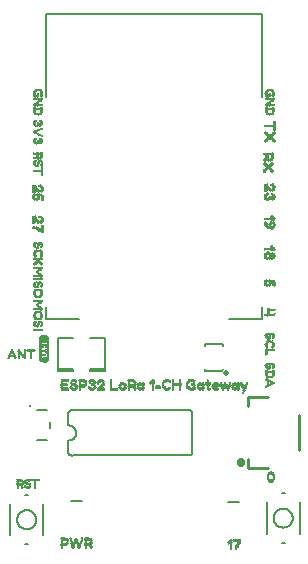
<source format=gto>
G75*
%MOIN*%
%OFA0B0*%
%FSLAX25Y25*%
%IPPOS*%
%LPD*%
%AMOC8*
5,1,8,0,0,1.08239X$1,22.5*
%
%ADD10C,0.02000*%
%ADD11C,0.00800*%
%ADD12C,0.01000*%
%ADD13C,0.01000*%
%ADD14C,0.01575*%
%ADD15C,0.00500*%
%ADD16R,0.00118X0.00118*%
%ADD17R,0.00236X0.00118*%
%ADD18R,0.02598X0.00118*%
%ADD19R,0.00591X0.00157*%
%ADD20R,0.00709X0.00157*%
%ADD21R,0.02953X0.00157*%
%ADD22R,0.00709X0.00118*%
%ADD23R,0.00827X0.00118*%
%ADD24R,0.03071X0.00118*%
%ADD25R,0.00945X0.00118*%
%ADD26R,0.02953X0.00118*%
%ADD27R,0.01063X0.00157*%
%ADD28R,0.00827X0.00157*%
%ADD29R,0.02835X0.00157*%
%ADD30R,0.01181X0.00118*%
%ADD31R,0.01299X0.00118*%
%ADD32R,0.01417X0.00118*%
%ADD33R,0.01535X0.00157*%
%ADD34R,0.01417X0.00157*%
%ADD35R,0.01654X0.00118*%
%ADD36R,0.01535X0.00118*%
%ADD37R,0.01772X0.00118*%
%ADD38R,0.00945X0.00157*%
%ADD39R,0.02362X0.00118*%
%ADD40R,0.02480X0.00157*%
%ADD41R,0.02717X0.00118*%
%ADD42R,0.02835X0.00118*%
%ADD43R,0.01181X0.00157*%
%ADD44R,0.01063X0.00118*%
%ADD45R,0.00591X0.00118*%
%ADD46R,0.00472X0.00118*%
%ADD47R,0.00118X0.00827*%
%ADD48R,0.00118X0.00945*%
%ADD49R,0.00157X0.01417*%
%ADD50R,0.00157X0.00591*%
%ADD51R,0.00157X0.00709*%
%ADD52R,0.00157X0.01654*%
%ADD53R,0.00118X0.01890*%
%ADD54R,0.00118X0.00709*%
%ADD55R,0.00118X0.02008*%
%ADD56R,0.00118X0.02126*%
%ADD57R,0.00118X0.02244*%
%ADD58R,0.00118X0.02362*%
%ADD59R,0.00118X0.01063*%
%ADD60R,0.00157X0.02362*%
%ADD61R,0.00157X0.01063*%
%ADD62R,0.00157X0.00827*%
%ADD63R,0.00157X0.02480*%
%ADD64R,0.00118X0.01181*%
%ADD65R,0.00118X0.02480*%
%ADD66R,0.00118X0.00472*%
%ADD67R,0.00118X0.01299*%
%ADD68R,0.00118X0.01417*%
%ADD69R,0.00157X0.00945*%
%ADD70R,0.00118X0.01535*%
%ADD71R,0.00118X0.01654*%
%ADD72R,0.00118X0.01772*%
%ADD73R,0.00157X0.01535*%
%ADD74R,0.00118X0.02598*%
%ADD75R,0.00157X0.02598*%
%ADD76R,0.00157X0.01181*%
%ADD77R,0.00157X0.01772*%
%ADD78R,0.00157X0.01890*%
%ADD79R,0.00118X0.00591*%
%ADD80R,0.00118X0.00236*%
%ADD81R,0.00157X0.01299*%
%ADD82R,0.00157X0.02008*%
%ADD83R,0.00157X0.00472*%
%ADD84R,0.00157X0.02244*%
%ADD85R,0.00118X0.00354*%
%ADD86R,0.00157X0.02953*%
%ADD87R,0.00118X0.03071*%
%ADD88R,0.00118X0.02953*%
%ADD89R,0.00157X0.02835*%
%ADD90R,0.00157X0.02126*%
%ADD91R,0.00157X0.01575*%
%ADD92R,0.00118X0.01969*%
%ADD93R,0.00157X0.01811*%
%ADD94R,0.00157X0.02677*%
%ADD95R,0.00157X0.02087*%
%ADD96R,0.00118X0.01142*%
%ADD97R,0.00118X0.00984*%
%ADD98R,0.00157X0.00984*%
%ADD99R,0.00157X0.01260*%
%ADD100R,0.00118X0.01693*%
%ADD101R,0.00157X0.01969*%
%ADD102R,0.00118X0.01260*%
%ADD103R,0.00157X0.02402*%
%ADD104R,0.00118X0.01575*%
%ADD105R,0.00157X0.01693*%
%ADD106R,0.00157X0.00157*%
%ADD107R,0.00157X0.00866*%
%ADD108R,0.00118X0.00276*%
%ADD109R,0.00118X0.02795*%
%ADD110R,0.00118X0.02402*%
%ADD111R,0.00157X0.02795*%
%ADD112R,0.00118X0.01811*%
%ADD113R,0.00157X0.02638*%
%ADD114R,0.00157X0.01378*%
%ADD115R,0.00118X0.00551*%
%ADD116R,0.00118X0.01929*%
%ADD117R,0.00118X0.02205*%
%ADD118R,0.00157X0.01102*%
%ADD119R,0.00118X0.01102*%
%ADD120R,0.00118X0.01220*%
%ADD121R,0.00118X0.01496*%
%ADD122R,0.00157X0.02756*%
%ADD123R,0.00118X0.02874*%
%ADD124R,0.00157X0.02874*%
%ADD125R,0.00118X0.02717*%
%ADD126R,0.00118X0.03425*%
%ADD127R,0.00118X0.03031*%
%ADD128R,0.00118X0.00394*%
%ADD129R,0.00157X0.03425*%
%ADD130R,0.00118X0.03583*%
%ADD131R,0.00157X0.03583*%
%ADD132R,0.00157X0.03307*%
%ADD133R,0.00157X0.01220*%
%ADD134R,0.00157X0.02323*%
%ADD135R,0.00118X0.02087*%
%ADD136R,0.00157X0.02205*%
%ADD137R,0.00118X0.00669*%
%ADD138R,0.00118X0.00433*%
%ADD139R,0.00157X0.01929*%
%ADD140R,0.00157X0.00669*%
%ADD141R,0.00118X0.02638*%
%ADD142R,0.00118X0.02756*%
%ADD143R,0.00118X0.02047*%
%ADD144R,0.00118X0.01378*%
%ADD145R,0.00118X0.02323*%
%ADD146R,0.00157X0.00551*%
%ADD147R,0.00157X0.01496*%
%ADD148R,0.00157X0.00433*%
%ADD149R,0.00118X0.00157*%
%ADD150R,0.00157X0.02047*%
%ADD151R,0.00157X0.00276*%
%ADD152R,0.00118X0.02835*%
%ADD153R,0.01772X0.00157*%
%ADD154R,0.01299X0.00157*%
%ADD155R,0.02008X0.00118*%
%ADD156R,0.02126X0.00118*%
%ADD157R,0.02244X0.00118*%
%ADD158R,0.02244X0.00157*%
%ADD159R,0.01890X0.00157*%
%ADD160R,0.02362X0.00157*%
%ADD161R,0.02126X0.00157*%
%ADD162R,0.00354X0.00118*%
%ADD163R,0.00669X0.00118*%
%ADD164R,0.02087X0.00157*%
%ADD165R,0.02205X0.00118*%
%ADD166R,0.02323X0.00157*%
%ADD167R,0.02480X0.00118*%
%ADD168R,0.01102X0.00157*%
%ADD169R,0.00984X0.00118*%
%ADD170R,0.00984X0.00157*%
%ADD171R,0.01102X0.00118*%
%ADD172R,0.02323X0.00118*%
%ADD173R,0.02087X0.00118*%
%ADD174R,0.01220X0.00118*%
%ADD175R,0.00433X0.00157*%
%ADD176R,0.01260X0.00118*%
%ADD177R,0.00276X0.00118*%
%ADD178R,0.00433X0.00118*%
%ADD179R,0.00551X0.00157*%
%ADD180R,0.02638X0.00118*%
%ADD181R,0.02638X0.00157*%
%ADD182R,0.02756X0.00157*%
%ADD183R,0.02756X0.00118*%
%ADD184R,0.01378X0.00157*%
%ADD185R,0.01378X0.00118*%
%ADD186R,0.01654X0.00157*%
%ADD187R,0.03858X0.00157*%
%ADD188R,0.02874X0.00157*%
%ADD189R,0.03858X0.00118*%
%ADD190R,0.01811X0.00157*%
%ADD191R,0.02598X0.00157*%
%ADD192R,0.00551X0.00118*%
%ADD193R,0.00157X0.00118*%
%ADD194R,0.01929X0.00118*%
%ADD195R,0.01811X0.00118*%
%ADD196R,0.01929X0.00157*%
%ADD197R,0.00669X0.00157*%
%ADD198R,0.00276X0.00157*%
%ADD199R,0.02047X0.00118*%
%ADD200R,0.02913X0.00157*%
%ADD201R,0.02205X0.00157*%
%ADD202R,0.02913X0.00118*%
%ADD203R,0.00394X0.00157*%
%ADD204R,0.01260X0.00157*%
%ADD205R,0.00394X0.00118*%
%ADD206R,0.02047X0.00157*%
%ADD207R,0.03465X0.00118*%
%ADD208R,0.03150X0.00157*%
%ADD209R,0.01496X0.00118*%
%ADD210R,0.03150X0.00118*%
%ADD211R,0.01496X0.00157*%
%ADD212R,0.03307X0.00157*%
%ADD213R,0.03031X0.00118*%
%ADD214R,0.01220X0.00157*%
%ADD215R,0.03031X0.00157*%
%ADD216R,0.00079X0.07008*%
%ADD217R,0.00079X0.07480*%
%ADD218R,0.00079X0.07795*%
%ADD219R,0.00079X0.08110*%
%ADD220R,0.00079X0.08268*%
%ADD221R,0.00079X0.08425*%
%ADD222R,0.00079X0.08583*%
%ADD223R,0.00079X0.08740*%
%ADD224R,0.00079X0.01496*%
%ADD225R,0.00079X0.00866*%
%ADD226R,0.00079X0.00945*%
%ADD227R,0.00079X0.00315*%
%ADD228R,0.00079X0.02441*%
%ADD229R,0.00079X0.00157*%
%ADD230R,0.00079X0.01575*%
%ADD231R,0.00079X0.01654*%
%ADD232R,0.00079X0.02520*%
%ADD233R,0.00079X0.00236*%
%ADD234R,0.00079X0.01260*%
%ADD235R,0.00079X0.01732*%
%ADD236R,0.00079X0.02598*%
%ADD237R,0.00079X0.00551*%
%ADD238R,0.00079X0.00472*%
%ADD239R,0.00079X0.00709*%
%ADD240R,0.00079X0.00394*%
%ADD241R,0.00079X0.01811*%
%ADD242R,0.00079X0.01417*%
%ADD243R,0.00079X0.01890*%
%ADD244R,0.00079X0.00630*%
%ADD245R,0.00079X0.01969*%
%ADD246R,0.00079X0.00787*%
D10*
X0176833Y0115750D03*
D11*
X0104822Y0072268D02*
X0104822Y0061732D01*
X0109822Y0058732D02*
X0110845Y0058732D01*
X0115845Y0061732D02*
X0115845Y0072268D01*
X0110845Y0075268D02*
X0109822Y0075268D01*
X0125633Y0088337D02*
X0164427Y0088337D01*
X0164427Y0088338D02*
X0164497Y0088350D01*
X0164567Y0088367D01*
X0164635Y0088387D01*
X0164702Y0088411D01*
X0164768Y0088438D01*
X0164833Y0088469D01*
X0164895Y0088503D01*
X0164956Y0088541D01*
X0165014Y0088582D01*
X0165071Y0088626D01*
X0165124Y0088673D01*
X0165175Y0088723D01*
X0165224Y0088775D01*
X0165269Y0088830D01*
X0165312Y0088888D01*
X0165351Y0088947D01*
X0165387Y0089009D01*
X0165419Y0089073D01*
X0165448Y0089138D01*
X0165474Y0089204D01*
X0165495Y0089272D01*
X0165514Y0089342D01*
X0165528Y0089411D01*
X0165538Y0089482D01*
X0165545Y0089553D01*
X0165548Y0089624D01*
X0165547Y0089696D01*
X0165542Y0089767D01*
X0165533Y0089838D01*
X0165533Y0089837D02*
X0165533Y0102163D01*
X0165534Y0102163D02*
X0165532Y0102239D01*
X0165526Y0102314D01*
X0165517Y0102390D01*
X0165503Y0102465D01*
X0165486Y0102539D01*
X0165465Y0102612D01*
X0165441Y0102684D01*
X0165413Y0102754D01*
X0165381Y0102823D01*
X0165346Y0102891D01*
X0165307Y0102956D01*
X0165265Y0103020D01*
X0165220Y0103081D01*
X0165172Y0103140D01*
X0165121Y0103196D01*
X0165067Y0103250D01*
X0165011Y0103301D01*
X0164952Y0103349D01*
X0164891Y0103394D01*
X0164827Y0103436D01*
X0164762Y0103475D01*
X0164694Y0103510D01*
X0164625Y0103542D01*
X0164555Y0103570D01*
X0164483Y0103594D01*
X0164410Y0103615D01*
X0164336Y0103632D01*
X0164261Y0103646D01*
X0164185Y0103655D01*
X0164110Y0103661D01*
X0164034Y0103663D01*
X0164033Y0103663D02*
X0125633Y0103663D01*
X0125634Y0103663D02*
X0125553Y0103651D01*
X0125473Y0103636D01*
X0125394Y0103617D01*
X0125316Y0103595D01*
X0125239Y0103568D01*
X0125163Y0103539D01*
X0125089Y0103505D01*
X0125017Y0103468D01*
X0124946Y0103428D01*
X0124878Y0103384D01*
X0124811Y0103337D01*
X0124747Y0103287D01*
X0124686Y0103234D01*
X0124627Y0103178D01*
X0124570Y0103119D01*
X0124517Y0103058D01*
X0124466Y0102994D01*
X0124419Y0102928D01*
X0124375Y0102860D01*
X0124334Y0102790D01*
X0124296Y0102718D01*
X0124262Y0102644D01*
X0124232Y0102568D01*
X0124205Y0102492D01*
X0124182Y0102414D01*
X0124162Y0102335D01*
X0124147Y0102255D01*
X0124135Y0102174D01*
X0124127Y0102094D01*
X0124123Y0102012D01*
X0124122Y0101931D01*
X0124126Y0101850D01*
X0124133Y0101769D01*
X0124133Y0101719D02*
X0124133Y0098400D01*
X0124333Y0098400D02*
X0124431Y0098398D01*
X0124529Y0098392D01*
X0124627Y0098383D01*
X0124724Y0098369D01*
X0124821Y0098352D01*
X0124917Y0098331D01*
X0125012Y0098306D01*
X0125106Y0098278D01*
X0125198Y0098245D01*
X0125290Y0098210D01*
X0125380Y0098170D01*
X0125468Y0098128D01*
X0125555Y0098081D01*
X0125639Y0098032D01*
X0125722Y0097979D01*
X0125802Y0097923D01*
X0125881Y0097863D01*
X0125957Y0097801D01*
X0126030Y0097736D01*
X0126101Y0097668D01*
X0126169Y0097597D01*
X0126234Y0097524D01*
X0126296Y0097448D01*
X0126356Y0097369D01*
X0126412Y0097289D01*
X0126465Y0097206D01*
X0126514Y0097122D01*
X0126561Y0097035D01*
X0126603Y0096947D01*
X0126643Y0096857D01*
X0126678Y0096765D01*
X0126711Y0096673D01*
X0126739Y0096579D01*
X0126764Y0096484D01*
X0126785Y0096388D01*
X0126802Y0096291D01*
X0126816Y0096194D01*
X0126825Y0096096D01*
X0126831Y0095998D01*
X0126833Y0095900D01*
X0126831Y0095802D01*
X0126825Y0095704D01*
X0126816Y0095606D01*
X0126802Y0095509D01*
X0126785Y0095412D01*
X0126764Y0095316D01*
X0126739Y0095221D01*
X0126711Y0095127D01*
X0126678Y0095035D01*
X0126643Y0094943D01*
X0126603Y0094853D01*
X0126561Y0094765D01*
X0126514Y0094678D01*
X0126465Y0094594D01*
X0126412Y0094511D01*
X0126356Y0094431D01*
X0126296Y0094352D01*
X0126234Y0094276D01*
X0126169Y0094203D01*
X0126101Y0094132D01*
X0126030Y0094064D01*
X0125957Y0093999D01*
X0125881Y0093937D01*
X0125802Y0093877D01*
X0125722Y0093821D01*
X0125639Y0093768D01*
X0125555Y0093719D01*
X0125468Y0093672D01*
X0125380Y0093630D01*
X0125290Y0093590D01*
X0125198Y0093555D01*
X0125106Y0093522D01*
X0125012Y0093494D01*
X0124917Y0093469D01*
X0124821Y0093448D01*
X0124724Y0093431D01*
X0124627Y0093417D01*
X0124529Y0093408D01*
X0124431Y0093402D01*
X0124333Y0093400D01*
X0124133Y0093400D02*
X0124133Y0089444D01*
X0124134Y0089444D02*
X0124146Y0089374D01*
X0124163Y0089304D01*
X0124183Y0089236D01*
X0124206Y0089168D01*
X0124234Y0089102D01*
X0124265Y0089038D01*
X0124299Y0088976D01*
X0124337Y0088915D01*
X0124377Y0088856D01*
X0124421Y0088800D01*
X0124468Y0088747D01*
X0124518Y0088695D01*
X0124571Y0088647D01*
X0124626Y0088602D01*
X0124683Y0088559D01*
X0124743Y0088520D01*
X0124805Y0088484D01*
X0124868Y0088452D01*
X0124933Y0088423D01*
X0125000Y0088397D01*
X0125068Y0088375D01*
X0125137Y0088357D01*
X0125207Y0088343D01*
X0125278Y0088333D01*
X0125349Y0088326D01*
X0125420Y0088323D01*
X0125491Y0088324D01*
X0125563Y0088329D01*
X0125633Y0088338D01*
X0117024Y0093500D02*
X0113643Y0093500D01*
X0118124Y0097443D02*
X0118124Y0099557D01*
X0117024Y0103500D02*
X0113643Y0103500D01*
X0116900Y0133949D02*
X0116900Y0137992D01*
X0116900Y0133949D02*
X0127833Y0133949D01*
X0169883Y0125400D02*
X0169883Y0124850D01*
X0169883Y0125400D02*
X0175783Y0125400D01*
X0175783Y0124850D01*
X0175783Y0117150D02*
X0175283Y0116600D01*
X0169883Y0116600D01*
X0169883Y0117150D01*
X0177833Y0133949D02*
X0188766Y0133949D01*
X0188766Y0137992D01*
X0195322Y0075768D02*
X0196345Y0075768D01*
X0201345Y0072768D02*
X0201345Y0062232D01*
X0196345Y0059232D02*
X0195322Y0059232D01*
X0190322Y0062232D02*
X0190322Y0072768D01*
X0188766Y0207720D02*
X0188766Y0235343D01*
X0116900Y0235343D01*
X0116900Y0207720D01*
D12*
X0111333Y0104800D03*
D13*
X0184211Y0104858D02*
X0184211Y0107811D01*
X0190707Y0107811D01*
X0200944Y0101906D02*
X0200944Y0090094D01*
X0190707Y0084189D02*
X0184211Y0084189D01*
X0184211Y0087142D01*
D14*
X0181095Y0086157D02*
X0181097Y0086204D01*
X0181103Y0086250D01*
X0181112Y0086296D01*
X0181126Y0086340D01*
X0181143Y0086384D01*
X0181164Y0086425D01*
X0181188Y0086465D01*
X0181215Y0086503D01*
X0181246Y0086538D01*
X0181279Y0086571D01*
X0181315Y0086601D01*
X0181354Y0086627D01*
X0181394Y0086651D01*
X0181436Y0086670D01*
X0181480Y0086687D01*
X0181525Y0086699D01*
X0181571Y0086708D01*
X0181617Y0086713D01*
X0181664Y0086714D01*
X0181710Y0086711D01*
X0181756Y0086704D01*
X0181802Y0086693D01*
X0181846Y0086679D01*
X0181889Y0086661D01*
X0181930Y0086639D01*
X0181970Y0086614D01*
X0182007Y0086586D01*
X0182042Y0086555D01*
X0182074Y0086521D01*
X0182103Y0086484D01*
X0182128Y0086446D01*
X0182151Y0086405D01*
X0182170Y0086362D01*
X0182185Y0086318D01*
X0182197Y0086273D01*
X0182205Y0086227D01*
X0182209Y0086180D01*
X0182209Y0086134D01*
X0182205Y0086087D01*
X0182197Y0086041D01*
X0182185Y0085996D01*
X0182170Y0085952D01*
X0182151Y0085909D01*
X0182128Y0085868D01*
X0182103Y0085830D01*
X0182074Y0085793D01*
X0182042Y0085759D01*
X0182007Y0085728D01*
X0181970Y0085700D01*
X0181931Y0085675D01*
X0181889Y0085653D01*
X0181846Y0085635D01*
X0181802Y0085621D01*
X0181756Y0085610D01*
X0181710Y0085603D01*
X0181664Y0085600D01*
X0181617Y0085601D01*
X0181571Y0085606D01*
X0181525Y0085615D01*
X0181480Y0085627D01*
X0181436Y0085644D01*
X0181394Y0085663D01*
X0181354Y0085687D01*
X0181315Y0085713D01*
X0181279Y0085743D01*
X0181246Y0085776D01*
X0181215Y0085811D01*
X0181188Y0085849D01*
X0181164Y0085889D01*
X0181143Y0085930D01*
X0181126Y0085974D01*
X0181112Y0086018D01*
X0181103Y0086064D01*
X0181097Y0086110D01*
X0181095Y0086157D01*
D15*
X0181208Y0072750D02*
X0177458Y0072750D01*
X0192664Y0067500D02*
X0192666Y0067612D01*
X0192672Y0067725D01*
X0192682Y0067837D01*
X0192696Y0067948D01*
X0192714Y0068060D01*
X0192736Y0068170D01*
X0192761Y0068279D01*
X0192791Y0068388D01*
X0192824Y0068495D01*
X0192862Y0068601D01*
X0192903Y0068706D01*
X0192947Y0068809D01*
X0192995Y0068911D01*
X0193047Y0069011D01*
X0193103Y0069109D01*
X0193162Y0069205D01*
X0193224Y0069298D01*
X0193289Y0069390D01*
X0193358Y0069479D01*
X0193430Y0069566D01*
X0193505Y0069650D01*
X0193582Y0069731D01*
X0193663Y0069809D01*
X0193746Y0069885D01*
X0193832Y0069957D01*
X0193921Y0070027D01*
X0194011Y0070093D01*
X0194105Y0070156D01*
X0194200Y0070216D01*
X0194297Y0070272D01*
X0194397Y0070325D01*
X0194498Y0070374D01*
X0194601Y0070420D01*
X0194705Y0070462D01*
X0194811Y0070500D01*
X0194918Y0070534D01*
X0195026Y0070565D01*
X0195136Y0070591D01*
X0195246Y0070614D01*
X0195357Y0070633D01*
X0195468Y0070648D01*
X0195580Y0070659D01*
X0195692Y0070666D01*
X0195805Y0070669D01*
X0195917Y0070668D01*
X0196030Y0070663D01*
X0196142Y0070654D01*
X0196254Y0070641D01*
X0196365Y0070624D01*
X0196475Y0070603D01*
X0196585Y0070578D01*
X0196694Y0070550D01*
X0196802Y0070517D01*
X0196908Y0070481D01*
X0197013Y0070441D01*
X0197117Y0070397D01*
X0197219Y0070350D01*
X0197319Y0070299D01*
X0197417Y0070244D01*
X0197514Y0070186D01*
X0197608Y0070125D01*
X0197700Y0070060D01*
X0197790Y0069993D01*
X0197877Y0069922D01*
X0197962Y0069847D01*
X0198044Y0069770D01*
X0198123Y0069691D01*
X0198199Y0069608D01*
X0198273Y0069523D01*
X0198343Y0069435D01*
X0198410Y0069344D01*
X0198474Y0069252D01*
X0198534Y0069157D01*
X0198591Y0069060D01*
X0198645Y0068961D01*
X0198695Y0068860D01*
X0198742Y0068758D01*
X0198784Y0068654D01*
X0198824Y0068549D01*
X0198859Y0068442D01*
X0198890Y0068334D01*
X0198918Y0068225D01*
X0198942Y0068115D01*
X0198962Y0068004D01*
X0198978Y0067893D01*
X0198990Y0067781D01*
X0198998Y0067669D01*
X0199002Y0067556D01*
X0199002Y0067444D01*
X0198998Y0067331D01*
X0198990Y0067219D01*
X0198978Y0067107D01*
X0198962Y0066996D01*
X0198942Y0066885D01*
X0198918Y0066775D01*
X0198890Y0066666D01*
X0198859Y0066558D01*
X0198824Y0066451D01*
X0198784Y0066346D01*
X0198742Y0066242D01*
X0198695Y0066140D01*
X0198645Y0066039D01*
X0198591Y0065940D01*
X0198534Y0065843D01*
X0198474Y0065748D01*
X0198410Y0065656D01*
X0198343Y0065565D01*
X0198273Y0065477D01*
X0198199Y0065392D01*
X0198123Y0065309D01*
X0198044Y0065230D01*
X0197962Y0065153D01*
X0197877Y0065078D01*
X0197790Y0065007D01*
X0197700Y0064940D01*
X0197608Y0064875D01*
X0197514Y0064814D01*
X0197418Y0064756D01*
X0197319Y0064701D01*
X0197219Y0064650D01*
X0197117Y0064603D01*
X0197013Y0064559D01*
X0196908Y0064519D01*
X0196802Y0064483D01*
X0196694Y0064450D01*
X0196585Y0064422D01*
X0196475Y0064397D01*
X0196365Y0064376D01*
X0196254Y0064359D01*
X0196142Y0064346D01*
X0196030Y0064337D01*
X0195917Y0064332D01*
X0195805Y0064331D01*
X0195692Y0064334D01*
X0195580Y0064341D01*
X0195468Y0064352D01*
X0195357Y0064367D01*
X0195246Y0064386D01*
X0195136Y0064409D01*
X0195026Y0064435D01*
X0194918Y0064466D01*
X0194811Y0064500D01*
X0194705Y0064538D01*
X0194601Y0064580D01*
X0194498Y0064626D01*
X0194397Y0064675D01*
X0194297Y0064728D01*
X0194200Y0064784D01*
X0194105Y0064844D01*
X0194011Y0064907D01*
X0193921Y0064973D01*
X0193832Y0065043D01*
X0193746Y0065115D01*
X0193663Y0065191D01*
X0193582Y0065269D01*
X0193505Y0065350D01*
X0193430Y0065434D01*
X0193358Y0065521D01*
X0193289Y0065610D01*
X0193224Y0065702D01*
X0193162Y0065795D01*
X0193103Y0065891D01*
X0193047Y0065989D01*
X0192995Y0066089D01*
X0192947Y0066191D01*
X0192903Y0066294D01*
X0192862Y0066399D01*
X0192824Y0066505D01*
X0192791Y0066612D01*
X0192761Y0066721D01*
X0192736Y0066830D01*
X0192714Y0066940D01*
X0192696Y0067052D01*
X0192682Y0067163D01*
X0192672Y0067275D01*
X0192666Y0067388D01*
X0192664Y0067500D01*
X0128708Y0073250D02*
X0124958Y0073250D01*
X0107164Y0067000D02*
X0107166Y0067112D01*
X0107172Y0067225D01*
X0107182Y0067337D01*
X0107196Y0067448D01*
X0107214Y0067560D01*
X0107236Y0067670D01*
X0107261Y0067779D01*
X0107291Y0067888D01*
X0107324Y0067995D01*
X0107362Y0068101D01*
X0107403Y0068206D01*
X0107447Y0068309D01*
X0107495Y0068411D01*
X0107547Y0068511D01*
X0107603Y0068609D01*
X0107662Y0068705D01*
X0107724Y0068798D01*
X0107789Y0068890D01*
X0107858Y0068979D01*
X0107930Y0069066D01*
X0108005Y0069150D01*
X0108082Y0069231D01*
X0108163Y0069309D01*
X0108246Y0069385D01*
X0108332Y0069457D01*
X0108421Y0069527D01*
X0108511Y0069593D01*
X0108605Y0069656D01*
X0108700Y0069716D01*
X0108797Y0069772D01*
X0108897Y0069825D01*
X0108998Y0069874D01*
X0109101Y0069920D01*
X0109205Y0069962D01*
X0109311Y0070000D01*
X0109418Y0070034D01*
X0109526Y0070065D01*
X0109636Y0070091D01*
X0109746Y0070114D01*
X0109857Y0070133D01*
X0109968Y0070148D01*
X0110080Y0070159D01*
X0110192Y0070166D01*
X0110305Y0070169D01*
X0110417Y0070168D01*
X0110530Y0070163D01*
X0110642Y0070154D01*
X0110754Y0070141D01*
X0110865Y0070124D01*
X0110975Y0070103D01*
X0111085Y0070078D01*
X0111194Y0070050D01*
X0111302Y0070017D01*
X0111408Y0069981D01*
X0111513Y0069941D01*
X0111617Y0069897D01*
X0111719Y0069850D01*
X0111819Y0069799D01*
X0111917Y0069744D01*
X0112014Y0069686D01*
X0112108Y0069625D01*
X0112200Y0069560D01*
X0112290Y0069493D01*
X0112377Y0069422D01*
X0112462Y0069347D01*
X0112544Y0069270D01*
X0112623Y0069191D01*
X0112699Y0069108D01*
X0112773Y0069023D01*
X0112843Y0068935D01*
X0112910Y0068844D01*
X0112974Y0068752D01*
X0113034Y0068657D01*
X0113091Y0068560D01*
X0113145Y0068461D01*
X0113195Y0068360D01*
X0113242Y0068258D01*
X0113284Y0068154D01*
X0113324Y0068049D01*
X0113359Y0067942D01*
X0113390Y0067834D01*
X0113418Y0067725D01*
X0113442Y0067615D01*
X0113462Y0067504D01*
X0113478Y0067393D01*
X0113490Y0067281D01*
X0113498Y0067169D01*
X0113502Y0067056D01*
X0113502Y0066944D01*
X0113498Y0066831D01*
X0113490Y0066719D01*
X0113478Y0066607D01*
X0113462Y0066496D01*
X0113442Y0066385D01*
X0113418Y0066275D01*
X0113390Y0066166D01*
X0113359Y0066058D01*
X0113324Y0065951D01*
X0113284Y0065846D01*
X0113242Y0065742D01*
X0113195Y0065640D01*
X0113145Y0065539D01*
X0113091Y0065440D01*
X0113034Y0065343D01*
X0112974Y0065248D01*
X0112910Y0065156D01*
X0112843Y0065065D01*
X0112773Y0064977D01*
X0112699Y0064892D01*
X0112623Y0064809D01*
X0112544Y0064730D01*
X0112462Y0064653D01*
X0112377Y0064578D01*
X0112290Y0064507D01*
X0112200Y0064440D01*
X0112108Y0064375D01*
X0112014Y0064314D01*
X0111918Y0064256D01*
X0111819Y0064201D01*
X0111719Y0064150D01*
X0111617Y0064103D01*
X0111513Y0064059D01*
X0111408Y0064019D01*
X0111302Y0063983D01*
X0111194Y0063950D01*
X0111085Y0063922D01*
X0110975Y0063897D01*
X0110865Y0063876D01*
X0110754Y0063859D01*
X0110642Y0063846D01*
X0110530Y0063837D01*
X0110417Y0063832D01*
X0110305Y0063831D01*
X0110192Y0063834D01*
X0110080Y0063841D01*
X0109968Y0063852D01*
X0109857Y0063867D01*
X0109746Y0063886D01*
X0109636Y0063909D01*
X0109526Y0063935D01*
X0109418Y0063966D01*
X0109311Y0064000D01*
X0109205Y0064038D01*
X0109101Y0064080D01*
X0108998Y0064126D01*
X0108897Y0064175D01*
X0108797Y0064228D01*
X0108700Y0064284D01*
X0108605Y0064344D01*
X0108511Y0064407D01*
X0108421Y0064473D01*
X0108332Y0064543D01*
X0108246Y0064615D01*
X0108163Y0064691D01*
X0108082Y0064769D01*
X0108005Y0064850D01*
X0107930Y0064934D01*
X0107858Y0065021D01*
X0107789Y0065110D01*
X0107724Y0065202D01*
X0107662Y0065295D01*
X0107603Y0065391D01*
X0107547Y0065489D01*
X0107495Y0065589D01*
X0107447Y0065691D01*
X0107403Y0065794D01*
X0107362Y0065899D01*
X0107324Y0066005D01*
X0107291Y0066112D01*
X0107261Y0066221D01*
X0107236Y0066330D01*
X0107214Y0066440D01*
X0107196Y0066552D01*
X0107182Y0066663D01*
X0107172Y0066775D01*
X0107166Y0066888D01*
X0107164Y0067000D01*
X0120759Y0116394D02*
X0120759Y0117182D01*
X0125877Y0117182D01*
X0125877Y0116394D01*
X0120759Y0116394D01*
X0120759Y0116788D02*
X0125877Y0116788D01*
X0131389Y0116788D02*
X0136507Y0116788D01*
X0136507Y0116394D02*
X0136507Y0117182D01*
X0136507Y0127418D01*
X0131389Y0127418D01*
X0125877Y0127418D02*
X0120759Y0127418D01*
X0120759Y0117182D01*
X0131389Y0117182D02*
X0131389Y0116394D01*
X0136507Y0116394D01*
X0136507Y0117182D02*
X0131389Y0117182D01*
D16*
X0115888Y0130303D03*
X0112660Y0132075D03*
X0115888Y0137154D03*
X0115888Y0139752D03*
X0115888Y0147091D03*
X0115888Y0148154D03*
X0115888Y0150752D03*
X0115888Y0153687D03*
X0112660Y0185695D03*
X0115888Y0205041D03*
X0115888Y0207049D03*
X0114944Y0208230D03*
X0192194Y0208230D03*
X0193138Y0207049D03*
X0193138Y0205041D03*
X0193138Y0123437D03*
X0193138Y0112492D03*
X0152448Y0113541D03*
X0151621Y0111888D03*
X0109614Y0123555D03*
X0105481Y0123555D03*
X0110638Y0077077D03*
D17*
X0107666Y0123555D03*
D18*
X0105422Y0121390D03*
X0111681Y0123555D03*
X0135223Y0109959D03*
X0139357Y0110234D03*
X0139357Y0110510D03*
X0165262Y0112990D03*
X0168294Y0111612D03*
X0168294Y0110785D03*
X0113178Y0080305D03*
X0130814Y0060240D03*
X0130814Y0058587D03*
X0130814Y0058311D03*
D19*
X0105481Y0123417D03*
D20*
X0107666Y0123417D03*
X0107666Y0122000D03*
X0107666Y0121528D03*
X0107666Y0121055D03*
X0107666Y0120583D03*
X0106603Y0120583D03*
X0104240Y0120583D03*
X0109673Y0123417D03*
X0111681Y0120583D03*
X0113178Y0077333D03*
X0108926Y0077333D03*
X0107272Y0077333D03*
X0173530Y0109821D03*
X0176562Y0112301D03*
X0178572Y0060154D03*
D21*
X0113237Y0080167D03*
X0105481Y0121055D03*
X0111740Y0123417D03*
D22*
X0111681Y0120720D03*
X0107666Y0120720D03*
X0107666Y0120839D03*
X0107666Y0120917D03*
X0107666Y0121193D03*
X0107666Y0121272D03*
X0107666Y0121390D03*
X0107666Y0121665D03*
X0107666Y0121783D03*
X0107666Y0121862D03*
X0105422Y0123280D03*
X0131365Y0112439D03*
X0148176Y0112439D03*
X0148176Y0109959D03*
X0157270Y0113541D03*
X0159199Y0109959D03*
X0161404Y0109959D03*
X0169121Y0109959D03*
X0169121Y0112439D03*
X0175184Y0112439D03*
X0183727Y0112439D03*
X0180225Y0056709D03*
X0131916Y0057209D03*
X0129987Y0057209D03*
X0113178Y0077470D03*
X0111170Y0079557D03*
D23*
X0110638Y0080305D03*
X0109930Y0079478D03*
X0109930Y0079360D03*
X0108985Y0079085D03*
X0108985Y0078967D03*
X0108867Y0078888D03*
X0108867Y0079360D03*
X0108749Y0077943D03*
X0108867Y0077667D03*
X0108985Y0077470D03*
X0109930Y0077943D03*
X0111347Y0077943D03*
X0111347Y0078022D03*
X0111347Y0078140D03*
X0113237Y0078140D03*
X0113237Y0078022D03*
X0113237Y0077943D03*
X0113237Y0077667D03*
X0113237Y0077589D03*
X0113237Y0078415D03*
X0113237Y0078533D03*
X0113237Y0078612D03*
X0113237Y0078888D03*
X0113237Y0078967D03*
X0113237Y0079085D03*
X0113237Y0079360D03*
X0113237Y0079478D03*
X0113237Y0079557D03*
X0107331Y0079478D03*
X0107331Y0079360D03*
X0107331Y0079085D03*
X0107331Y0078967D03*
X0107331Y0078888D03*
X0107331Y0077943D03*
X0107331Y0077667D03*
X0107331Y0077589D03*
X0107331Y0077470D03*
X0122054Y0059689D03*
X0122054Y0059413D03*
X0122054Y0059138D03*
X0122054Y0058035D03*
X0122054Y0057760D03*
X0122054Y0057484D03*
X0123983Y0059413D03*
X0125912Y0057484D03*
X0127841Y0057484D03*
X0126896Y0060516D03*
X0128825Y0060516D03*
X0178512Y0060016D03*
X0178512Y0058638D03*
X0178512Y0058362D03*
X0178512Y0058087D03*
X0178512Y0057811D03*
X0178512Y0057535D03*
X0178512Y0057260D03*
X0178512Y0056984D03*
X0178512Y0056709D03*
X0192615Y0081413D03*
X0177329Y0110234D03*
X0171266Y0109959D03*
X0170715Y0113266D03*
X0157881Y0110785D03*
X0155833Y0111337D03*
X0147408Y0111337D03*
X0147408Y0111061D03*
X0135164Y0113541D03*
X0134180Y0112163D03*
X0134180Y0111888D03*
X0132133Y0113541D03*
X0130046Y0112163D03*
X0131148Y0111061D03*
X0128117Y0110785D03*
X0128117Y0110510D03*
X0128117Y0110234D03*
X0128117Y0111888D03*
X0128117Y0112163D03*
X0128117Y0112439D03*
X0126621Y0112715D03*
X0122054Y0112439D03*
X0122054Y0111061D03*
X0111740Y0120839D03*
X0111740Y0120917D03*
X0111740Y0121193D03*
X0111740Y0121272D03*
X0111740Y0121390D03*
X0111740Y0121665D03*
X0111740Y0121783D03*
X0111740Y0121862D03*
X0111740Y0122138D03*
X0111740Y0122217D03*
X0111740Y0122335D03*
X0111740Y0122610D03*
X0111740Y0122728D03*
X0111740Y0122807D03*
X0109614Y0122807D03*
X0109614Y0122728D03*
X0109614Y0122610D03*
X0109614Y0122335D03*
X0109614Y0122217D03*
X0109614Y0122138D03*
X0109614Y0123083D03*
X0109614Y0123201D03*
X0109614Y0123280D03*
X0107725Y0123280D03*
X0107725Y0123201D03*
X0105953Y0122138D03*
X0106071Y0121862D03*
X0106544Y0120917D03*
X0106544Y0120839D03*
X0106662Y0120720D03*
X0104772Y0121783D03*
X0104418Y0120917D03*
X0104299Y0120839D03*
X0104299Y0120720D03*
X0105481Y0123201D03*
D24*
X0111681Y0123201D03*
X0111681Y0123280D03*
X0113178Y0080030D03*
X0113178Y0079951D03*
D25*
X0109989Y0079557D03*
X0108808Y0079478D03*
X0108926Y0077589D03*
X0123924Y0059689D03*
X0123924Y0059138D03*
X0125026Y0059965D03*
X0125026Y0060240D03*
X0125302Y0059413D03*
X0125302Y0059138D03*
X0128609Y0059689D03*
X0129987Y0059689D03*
X0129987Y0059413D03*
X0129987Y0059138D03*
X0129987Y0058035D03*
X0129987Y0057760D03*
X0129987Y0057484D03*
X0131916Y0057484D03*
X0131916Y0059413D03*
X0131916Y0059689D03*
X0180225Y0057260D03*
X0180225Y0056984D03*
X0190745Y0080587D03*
X0190745Y0080862D03*
X0190745Y0081138D03*
X0190745Y0081413D03*
X0192674Y0081138D03*
X0192674Y0080862D03*
X0192674Y0080587D03*
X0182625Y0109407D03*
X0182900Y0110234D03*
X0183451Y0111337D03*
X0183727Y0111888D03*
X0183727Y0112163D03*
X0179042Y0111337D03*
X0179042Y0111061D03*
X0177940Y0111888D03*
X0176562Y0112163D03*
X0175184Y0112163D03*
X0175184Y0111888D03*
X0170774Y0111337D03*
X0170774Y0111061D03*
X0170774Y0110785D03*
X0169121Y0111061D03*
X0169121Y0111337D03*
X0167467Y0111337D03*
X0167467Y0111061D03*
X0165262Y0113541D03*
X0163885Y0112163D03*
X0163885Y0111888D03*
X0163885Y0111612D03*
X0163885Y0111337D03*
X0161404Y0111061D03*
X0161404Y0110785D03*
X0161404Y0110510D03*
X0161404Y0110234D03*
X0161404Y0112163D03*
X0161404Y0112439D03*
X0161404Y0112715D03*
X0161404Y0112990D03*
X0161404Y0113266D03*
X0159199Y0113266D03*
X0159199Y0112990D03*
X0159199Y0112715D03*
X0159199Y0112439D03*
X0159199Y0112163D03*
X0159199Y0111061D03*
X0159199Y0110785D03*
X0159199Y0110510D03*
X0159199Y0110234D03*
X0155892Y0112163D03*
X0143215Y0111337D03*
X0143215Y0111061D03*
X0138530Y0111061D03*
X0138530Y0110785D03*
X0138530Y0111337D03*
X0138530Y0111612D03*
X0138530Y0111888D03*
X0138530Y0112163D03*
X0138530Y0112439D03*
X0138530Y0112715D03*
X0138530Y0112990D03*
X0138530Y0113266D03*
X0136050Y0112163D03*
X0133018Y0112439D03*
X0133018Y0111061D03*
X0129987Y0111888D03*
X0129987Y0112439D03*
X0126955Y0111061D03*
X0125302Y0112715D03*
X0109555Y0120720D03*
X0109555Y0120839D03*
X0107784Y0123083D03*
X0106130Y0121783D03*
X0104949Y0122138D03*
X0104831Y0121862D03*
X0105422Y0123083D03*
X0170774Y0112990D03*
X0170774Y0112715D03*
D26*
X0111740Y0123083D03*
X0113237Y0079833D03*
D27*
X0107843Y0122945D03*
X0105481Y0122945D03*
D28*
X0104890Y0122000D03*
X0109614Y0122000D03*
X0109614Y0122472D03*
X0109614Y0122945D03*
X0111740Y0122472D03*
X0111740Y0122000D03*
X0111740Y0121528D03*
X0111740Y0121055D03*
X0109614Y0120583D03*
X0122054Y0112577D03*
X0122054Y0112301D03*
X0122054Y0111199D03*
X0122054Y0110923D03*
X0125243Y0112577D03*
X0128117Y0112577D03*
X0128117Y0112301D03*
X0128117Y0112026D03*
X0128117Y0110648D03*
X0128117Y0110372D03*
X0128117Y0110096D03*
X0130046Y0112301D03*
X0134180Y0112026D03*
X0138589Y0113404D03*
X0146463Y0110096D03*
X0159259Y0113404D03*
X0161463Y0113404D03*
X0167408Y0111199D03*
X0175125Y0112301D03*
X0177999Y0112301D03*
X0177329Y0110096D03*
X0181857Y0112301D03*
X0183786Y0112301D03*
X0182408Y0108994D03*
X0190804Y0081551D03*
X0192615Y0080449D03*
X0178512Y0058500D03*
X0178512Y0058224D03*
X0178512Y0057949D03*
X0178512Y0057673D03*
X0178512Y0057398D03*
X0178512Y0057122D03*
X0178512Y0056846D03*
X0131975Y0057346D03*
X0127841Y0057346D03*
X0125912Y0057346D03*
X0123983Y0059551D03*
X0124967Y0060654D03*
X0122054Y0059827D03*
X0122054Y0059551D03*
X0122054Y0059276D03*
X0122054Y0057898D03*
X0122054Y0057622D03*
X0122054Y0057346D03*
X0128825Y0060654D03*
X0113237Y0077805D03*
X0113237Y0078278D03*
X0113237Y0078750D03*
X0113237Y0079222D03*
X0111347Y0078278D03*
X0108867Y0077805D03*
X0108985Y0079222D03*
X0107331Y0079222D03*
X0107331Y0077805D03*
D29*
X0113178Y0079695D03*
X0111681Y0122945D03*
D30*
X0107902Y0122807D03*
X0107902Y0122728D03*
X0105422Y0122807D03*
X0107745Y0080305D03*
X0110107Y0079085D03*
X0111170Y0078415D03*
D31*
X0109378Y0121193D03*
X0109378Y0121272D03*
X0107961Y0122610D03*
X0105481Y0122728D03*
D32*
X0105422Y0122610D03*
X0109319Y0121390D03*
D33*
X0109260Y0121528D03*
X0105481Y0122472D03*
X0132054Y0113404D03*
X0135085Y0113404D03*
X0134810Y0110923D03*
X0110638Y0077333D03*
X0126818Y0059551D03*
X0178158Y0058776D03*
X0191709Y0082654D03*
D34*
X0108020Y0122472D03*
D35*
X0108138Y0122138D03*
X0109201Y0121783D03*
X0109201Y0121665D03*
X0105422Y0122335D03*
X0135026Y0111061D03*
X0152113Y0112715D03*
X0154160Y0111337D03*
X0165892Y0111612D03*
X0165892Y0111888D03*
X0110698Y0080030D03*
X0110816Y0078612D03*
X0126877Y0059413D03*
X0125932Y0058587D03*
X0127861Y0058587D03*
X0178099Y0058913D03*
D36*
X0178158Y0059465D03*
X0135361Y0111337D03*
X0132605Y0112163D03*
X0108079Y0122217D03*
X0108079Y0122335D03*
X0110402Y0078967D03*
X0110993Y0078533D03*
D37*
X0110520Y0078888D03*
X0110638Y0079951D03*
X0110638Y0077470D03*
X0126818Y0059138D03*
X0191709Y0082516D03*
X0170912Y0112439D03*
X0135085Y0113266D03*
X0109142Y0121862D03*
X0105481Y0122217D03*
D38*
X0106012Y0122000D03*
X0108610Y0122000D03*
X0125302Y0112301D03*
X0126955Y0110923D03*
X0129987Y0112026D03*
X0131365Y0112577D03*
X0133018Y0111199D03*
X0133018Y0110923D03*
X0136050Y0112301D03*
X0138530Y0112301D03*
X0138530Y0112026D03*
X0138530Y0111750D03*
X0138530Y0111474D03*
X0138530Y0111199D03*
X0138530Y0110923D03*
X0138530Y0112577D03*
X0138530Y0112852D03*
X0138530Y0113128D03*
X0143215Y0111474D03*
X0143215Y0111199D03*
X0146247Y0110648D03*
X0147349Y0111199D03*
X0155892Y0111199D03*
X0155892Y0112301D03*
X0159199Y0112301D03*
X0159199Y0112577D03*
X0159199Y0112852D03*
X0159199Y0113128D03*
X0159199Y0111199D03*
X0159199Y0110923D03*
X0159199Y0110648D03*
X0159199Y0110372D03*
X0159199Y0110096D03*
X0161404Y0110096D03*
X0161404Y0110372D03*
X0161404Y0110648D03*
X0161404Y0110923D03*
X0161404Y0111199D03*
X0161404Y0112301D03*
X0161404Y0112577D03*
X0161404Y0112852D03*
X0161404Y0113128D03*
X0163885Y0112026D03*
X0163885Y0111750D03*
X0163885Y0111474D03*
X0167467Y0111474D03*
X0167467Y0110923D03*
X0169121Y0110923D03*
X0169121Y0111199D03*
X0169121Y0111474D03*
X0170774Y0111474D03*
X0170774Y0111199D03*
X0170774Y0110923D03*
X0170774Y0112577D03*
X0170774Y0112852D03*
X0170774Y0113128D03*
X0175184Y0112026D03*
X0176562Y0112026D03*
X0177940Y0112026D03*
X0177940Y0111750D03*
X0179042Y0111199D03*
X0182073Y0111750D03*
X0183451Y0111474D03*
X0183727Y0112026D03*
X0182900Y0110096D03*
X0182625Y0109545D03*
X0190745Y0081276D03*
X0190745Y0081000D03*
X0190745Y0080724D03*
X0190745Y0080449D03*
X0192674Y0080724D03*
X0192674Y0081000D03*
X0192674Y0081276D03*
X0180776Y0058500D03*
X0180225Y0057398D03*
X0180225Y0057122D03*
X0180225Y0056846D03*
X0131916Y0057622D03*
X0131916Y0059276D03*
X0131916Y0059551D03*
X0129987Y0059551D03*
X0129987Y0059276D03*
X0129987Y0059827D03*
X0128885Y0060378D03*
X0128609Y0059827D03*
X0128609Y0059551D03*
X0129987Y0057898D03*
X0129987Y0057622D03*
X0129987Y0057346D03*
X0125302Y0059276D03*
X0125026Y0060102D03*
X0123924Y0059276D03*
X0109989Y0079222D03*
D39*
X0108099Y0079557D03*
X0108099Y0078612D03*
X0122822Y0060516D03*
X0180144Y0110234D03*
X0145144Y0113266D03*
X0128885Y0113266D03*
X0122822Y0111612D03*
X0105422Y0121665D03*
D40*
X0105481Y0121528D03*
X0128944Y0113128D03*
X0132133Y0112852D03*
X0132133Y0110372D03*
X0142329Y0110648D03*
X0142329Y0111750D03*
X0145203Y0111199D03*
X0145203Y0113128D03*
X0157211Y0113128D03*
X0165322Y0113128D03*
X0168353Y0111750D03*
X0168353Y0110648D03*
X0180085Y0110372D03*
X0180085Y0112026D03*
X0180560Y0060154D03*
X0130755Y0060378D03*
X0122881Y0060378D03*
D41*
X0105481Y0121272D03*
D42*
X0105422Y0121193D03*
D43*
X0109437Y0121055D03*
D44*
X0109496Y0120917D03*
X0110638Y0077195D03*
D45*
X0109930Y0078022D03*
X0107331Y0077195D03*
X0113237Y0077195D03*
X0111740Y0120445D03*
X0109614Y0120445D03*
X0107607Y0120445D03*
X0104299Y0120445D03*
D46*
X0106603Y0120445D03*
X0111170Y0079478D03*
X0108926Y0077195D03*
D47*
X0113054Y0130303D03*
X0113172Y0130303D03*
X0113251Y0130303D03*
X0113526Y0130303D03*
X0113605Y0130303D03*
X0113723Y0130303D03*
X0113999Y0130303D03*
X0114117Y0130303D03*
X0114196Y0130303D03*
X0114471Y0130303D03*
X0114550Y0130303D03*
X0114668Y0130303D03*
X0114944Y0130303D03*
X0115062Y0130303D03*
X0115140Y0130303D03*
X0115416Y0130303D03*
X0115534Y0130303D03*
X0115613Y0130303D03*
X0115888Y0132075D03*
X0115062Y0132783D03*
X0114944Y0132783D03*
X0114668Y0133846D03*
X0114550Y0133846D03*
X0114471Y0133846D03*
X0114196Y0133846D03*
X0114117Y0133846D03*
X0113999Y0133846D03*
X0113723Y0133965D03*
X0113526Y0132783D03*
X0113526Y0131366D03*
X0113605Y0131366D03*
X0113723Y0131366D03*
X0113999Y0136091D03*
X0114117Y0136091D03*
X0114196Y0136091D03*
X0114471Y0136091D03*
X0114550Y0136091D03*
X0114668Y0136091D03*
X0114196Y0137154D03*
X0114117Y0137154D03*
X0113999Y0137154D03*
X0113723Y0137154D03*
X0113605Y0137154D03*
X0113526Y0137154D03*
X0113251Y0137154D03*
X0113172Y0137154D03*
X0113054Y0137154D03*
X0113723Y0138453D03*
X0113723Y0139752D03*
X0113605Y0139752D03*
X0113526Y0139752D03*
X0113251Y0139752D03*
X0113172Y0139752D03*
X0113054Y0139752D03*
X0113999Y0139752D03*
X0114117Y0139752D03*
X0114196Y0139752D03*
X0115613Y0139752D03*
X0114668Y0141303D03*
X0114550Y0141303D03*
X0114471Y0141185D03*
X0114196Y0141185D03*
X0113999Y0141303D03*
X0113723Y0143429D03*
X0113999Y0143547D03*
X0114117Y0143547D03*
X0114196Y0143547D03*
X0114471Y0143547D03*
X0114550Y0143547D03*
X0114668Y0143547D03*
X0113723Y0144492D03*
X0113605Y0144492D03*
X0113526Y0144610D03*
X0114944Y0146028D03*
X0115140Y0145909D03*
X0115888Y0145319D03*
X0115613Y0147091D03*
X0115534Y0147091D03*
X0115416Y0147091D03*
X0115140Y0147091D03*
X0115062Y0147091D03*
X0114944Y0147091D03*
X0114668Y0147091D03*
X0114550Y0147091D03*
X0114471Y0147091D03*
X0114196Y0147091D03*
X0114117Y0147091D03*
X0113999Y0147091D03*
X0113723Y0147091D03*
X0113605Y0147091D03*
X0113526Y0147091D03*
X0113251Y0147091D03*
X0113172Y0147091D03*
X0113054Y0147091D03*
X0113054Y0148154D03*
X0113172Y0148154D03*
X0113251Y0148154D03*
X0113526Y0148154D03*
X0113605Y0148154D03*
X0113723Y0148154D03*
X0113999Y0148154D03*
X0114117Y0148154D03*
X0114196Y0148154D03*
X0113723Y0149453D03*
X0113723Y0150752D03*
X0113605Y0150752D03*
X0113526Y0150752D03*
X0113251Y0150752D03*
X0113172Y0150752D03*
X0113054Y0150752D03*
X0113999Y0150752D03*
X0114117Y0150752D03*
X0114196Y0150752D03*
X0115613Y0150752D03*
X0115613Y0148154D03*
X0115613Y0153687D03*
X0115534Y0153687D03*
X0115416Y0153687D03*
X0115140Y0153687D03*
X0115062Y0153687D03*
X0114944Y0153687D03*
X0113723Y0153687D03*
X0113605Y0153687D03*
X0113526Y0153687D03*
X0113251Y0153687D03*
X0113172Y0153687D03*
X0113054Y0153687D03*
X0113723Y0156522D03*
X0113999Y0156640D03*
X0114117Y0156640D03*
X0114196Y0156640D03*
X0114471Y0156640D03*
X0114550Y0156640D03*
X0113723Y0157585D03*
X0113605Y0157585D03*
X0113526Y0157703D03*
X0114944Y0159120D03*
X0115140Y0159002D03*
X0115888Y0158411D03*
X0113093Y0164315D03*
X0112542Y0164315D03*
X0116125Y0166953D03*
X0115180Y0175012D03*
X0113920Y0175012D03*
X0114471Y0178240D03*
X0114747Y0178240D03*
X0114668Y0183096D03*
X0114550Y0183096D03*
X0114471Y0183096D03*
X0114196Y0183096D03*
X0114117Y0183096D03*
X0113999Y0183096D03*
X0113723Y0183096D03*
X0113605Y0183096D03*
X0113526Y0183096D03*
X0113251Y0183096D03*
X0113172Y0183096D03*
X0114944Y0183096D03*
X0115062Y0183096D03*
X0115140Y0183096D03*
X0113723Y0184986D03*
X0113605Y0184986D03*
X0113526Y0184986D03*
X0113526Y0186404D03*
X0113054Y0187348D03*
X0113251Y0187467D03*
X0113526Y0187585D03*
X0114471Y0187467D03*
X0114550Y0187348D03*
X0114668Y0187348D03*
X0114944Y0187467D03*
X0114944Y0186404D03*
X0115062Y0186404D03*
X0115888Y0185695D03*
X0115062Y0189002D03*
X0114944Y0189002D03*
X0114668Y0189002D03*
X0114550Y0189002D03*
X0114471Y0189002D03*
X0113526Y0189002D03*
X0113251Y0189002D03*
X0113172Y0189002D03*
X0113054Y0189002D03*
X0113605Y0192311D03*
X0113723Y0192311D03*
X0113526Y0192429D03*
X0114944Y0192429D03*
X0115062Y0192429D03*
X0115888Y0193138D03*
X0115062Y0193846D03*
X0115416Y0194909D03*
X0115534Y0194909D03*
X0115140Y0195028D03*
X0114944Y0195146D03*
X0114668Y0195264D03*
X0114550Y0195264D03*
X0114471Y0195382D03*
X0114196Y0195500D03*
X0114117Y0195500D03*
X0113999Y0195618D03*
X0113999Y0196563D03*
X0114117Y0196563D03*
X0114196Y0196681D03*
X0114471Y0196799D03*
X0114550Y0196799D03*
X0114668Y0196917D03*
X0114944Y0197035D03*
X0115062Y0197035D03*
X0115140Y0197154D03*
X0115416Y0197272D03*
X0115534Y0197272D03*
X0115613Y0197272D03*
X0115062Y0198335D03*
X0114944Y0198335D03*
X0115888Y0199043D03*
X0115062Y0199752D03*
X0113723Y0199870D03*
X0113605Y0199870D03*
X0113526Y0198335D03*
X0113605Y0198217D03*
X0113723Y0198217D03*
X0113054Y0196091D03*
X0113605Y0193965D03*
X0113723Y0193965D03*
X0113999Y0202089D03*
X0114550Y0202089D03*
X0114668Y0202089D03*
X0114668Y0203978D03*
X0114550Y0203978D03*
X0114471Y0203978D03*
X0114196Y0203978D03*
X0114117Y0203978D03*
X0113999Y0203978D03*
X0113723Y0203978D03*
X0113605Y0203978D03*
X0114196Y0205041D03*
X0114471Y0205041D03*
X0114550Y0205041D03*
X0114668Y0205041D03*
X0114944Y0205041D03*
X0115062Y0205041D03*
X0115140Y0205041D03*
X0115416Y0205041D03*
X0115534Y0205041D03*
X0115062Y0203978D03*
X0114944Y0203978D03*
X0115613Y0207049D03*
X0114196Y0207049D03*
X0114117Y0207049D03*
X0113999Y0207049D03*
X0113723Y0207049D03*
X0113605Y0207049D03*
X0113526Y0207049D03*
X0113251Y0207049D03*
X0113172Y0207049D03*
X0113054Y0207049D03*
X0113605Y0208112D03*
X0113723Y0208112D03*
X0113723Y0210002D03*
X0113999Y0210120D03*
X0114117Y0210120D03*
X0114196Y0210120D03*
X0114471Y0210120D03*
X0114550Y0210120D03*
X0114668Y0210120D03*
X0115888Y0208939D03*
X0190304Y0207049D03*
X0190422Y0207049D03*
X0190501Y0207049D03*
X0190776Y0207049D03*
X0190855Y0207049D03*
X0190973Y0207049D03*
X0191249Y0207049D03*
X0191367Y0207049D03*
X0191446Y0207049D03*
X0190973Y0208112D03*
X0190855Y0208112D03*
X0190973Y0210002D03*
X0191249Y0210120D03*
X0191367Y0210120D03*
X0191446Y0210120D03*
X0191721Y0210120D03*
X0191800Y0210120D03*
X0191918Y0210120D03*
X0193138Y0208939D03*
X0192863Y0207049D03*
X0192784Y0205041D03*
X0192666Y0205041D03*
X0192390Y0205041D03*
X0192312Y0205041D03*
X0192194Y0205041D03*
X0191918Y0205041D03*
X0191800Y0205041D03*
X0191721Y0205041D03*
X0191446Y0205041D03*
X0191446Y0203978D03*
X0191367Y0203978D03*
X0191249Y0203978D03*
X0190973Y0203978D03*
X0190855Y0203978D03*
X0191721Y0203978D03*
X0191800Y0203978D03*
X0191918Y0203978D03*
X0192194Y0203978D03*
X0192312Y0203978D03*
X0191918Y0202089D03*
X0191800Y0202089D03*
X0191249Y0202089D03*
X0190068Y0198177D03*
X0193375Y0177703D03*
X0192272Y0175341D03*
X0191721Y0167071D03*
X0191446Y0167071D03*
X0191170Y0167071D03*
X0190894Y0167071D03*
X0190619Y0167071D03*
X0190343Y0167071D03*
X0190068Y0167071D03*
X0189792Y0167071D03*
X0192272Y0165850D03*
X0193375Y0165024D03*
X0193099Y0167071D03*
X0193375Y0154866D03*
X0192272Y0146372D03*
X0191170Y0146372D03*
X0190894Y0144994D03*
X0192194Y0128870D03*
X0192390Y0128752D03*
X0193138Y0128161D03*
X0191800Y0126390D03*
X0191721Y0126390D03*
X0191446Y0126390D03*
X0191367Y0126390D03*
X0191249Y0126390D03*
X0190973Y0126272D03*
X0190973Y0127335D03*
X0190855Y0127335D03*
X0190776Y0127453D03*
X0190776Y0123437D03*
X0190855Y0123437D03*
X0190973Y0123437D03*
X0191249Y0123437D03*
X0191367Y0123437D03*
X0191446Y0123437D03*
X0191721Y0123437D03*
X0191800Y0123437D03*
X0191918Y0123437D03*
X0192194Y0123437D03*
X0192312Y0123437D03*
X0192390Y0123437D03*
X0192666Y0123437D03*
X0192784Y0123437D03*
X0192863Y0123437D03*
X0192312Y0118752D03*
X0193138Y0118161D03*
X0192312Y0116272D03*
X0192194Y0116272D03*
X0191918Y0116272D03*
X0191800Y0116272D03*
X0191721Y0116272D03*
X0191446Y0116272D03*
X0191367Y0116272D03*
X0191249Y0116272D03*
X0190973Y0116272D03*
X0190855Y0116272D03*
X0190855Y0117335D03*
X0190973Y0117335D03*
X0191249Y0114382D03*
X0191367Y0114382D03*
X0191446Y0114382D03*
X0191721Y0114382D03*
X0191800Y0114382D03*
X0191918Y0114382D03*
X0191446Y0113083D03*
X0191721Y0112965D03*
X0192784Y0112492D03*
X0191367Y0111783D03*
X0190422Y0111311D03*
X0190304Y0111311D03*
X0190422Y0113555D03*
X0190501Y0113555D03*
X0190304Y0113673D03*
X0115613Y0137154D03*
D48*
X0115534Y0137213D03*
X0114944Y0135913D03*
X0113723Y0136031D03*
X0113605Y0135913D03*
X0113605Y0134024D03*
X0114944Y0134024D03*
X0115140Y0132724D03*
X0115534Y0139693D03*
X0114944Y0141362D03*
X0113723Y0141362D03*
X0113605Y0141480D03*
X0113605Y0143370D03*
X0114944Y0143370D03*
X0115062Y0143252D03*
X0113526Y0145969D03*
X0115534Y0148213D03*
X0115534Y0150693D03*
X0115534Y0152093D03*
X0113054Y0152093D03*
X0114944Y0156463D03*
X0114668Y0156581D03*
X0113526Y0159061D03*
X0113369Y0164256D03*
X0114747Y0167839D03*
X0115022Y0167839D03*
X0115140Y0186344D03*
X0115062Y0187526D03*
X0113172Y0187407D03*
X0113999Y0192488D03*
X0113526Y0193906D03*
X0115062Y0195087D03*
X0113999Y0198394D03*
X0113526Y0199811D03*
X0113723Y0202148D03*
X0113605Y0202266D03*
X0114944Y0202266D03*
X0115888Y0203565D03*
X0114196Y0206045D03*
X0113054Y0205100D03*
X0113526Y0208171D03*
X0113605Y0209943D03*
X0114944Y0209943D03*
X0115534Y0206990D03*
X0190304Y0205100D03*
X0191446Y0206045D03*
X0192784Y0206990D03*
X0190776Y0208171D03*
X0190855Y0209943D03*
X0192194Y0209943D03*
X0193138Y0203565D03*
X0192194Y0202266D03*
X0190973Y0202148D03*
X0190855Y0202266D03*
X0190068Y0195756D03*
X0193099Y0195756D03*
X0193099Y0193276D03*
X0192272Y0178589D03*
X0191997Y0178589D03*
X0190894Y0175557D03*
X0190894Y0173628D03*
X0189792Y0165634D03*
X0191170Y0164256D03*
X0192272Y0164256D03*
X0191721Y0157012D03*
X0191446Y0157012D03*
X0191170Y0157012D03*
X0190894Y0157012D03*
X0190619Y0157012D03*
X0190343Y0157012D03*
X0190068Y0157012D03*
X0192272Y0155634D03*
X0193099Y0157012D03*
X0190894Y0153980D03*
X0192272Y0136813D03*
X0192548Y0136813D03*
X0190776Y0128811D03*
X0191918Y0126331D03*
X0192194Y0126213D03*
X0192390Y0118693D03*
X0190776Y0118811D03*
X0190776Y0117394D03*
X0190973Y0114559D03*
X0192194Y0114559D03*
X0191367Y0113142D03*
X0191721Y0111961D03*
X0191446Y0111843D03*
X0190501Y0111370D03*
X0192666Y0112433D03*
D49*
X0193001Y0118102D03*
X0193001Y0128102D03*
X0115751Y0134969D03*
X0115751Y0145260D03*
X0114333Y0153392D03*
X0115751Y0158352D03*
X0114806Y0206754D03*
X0114333Y0208526D03*
X0115751Y0208998D03*
X0191583Y0208526D03*
X0193001Y0208998D03*
X0192056Y0206754D03*
D50*
X0193001Y0207049D03*
X0115751Y0207049D03*
X0113861Y0199870D03*
X0115751Y0197272D03*
X0115751Y0194909D03*
X0113861Y0193965D03*
X0115751Y0153687D03*
X0115751Y0152152D03*
X0115751Y0150752D03*
X0115751Y0139752D03*
X0193001Y0123437D03*
X0193001Y0112492D03*
D51*
X0190166Y0113614D03*
X0190166Y0111252D03*
X0193237Y0167012D03*
X0191032Y0175557D03*
X0193237Y0195756D03*
X0193001Y0205100D03*
X0190166Y0205100D03*
X0115751Y0205100D03*
X0112916Y0205100D03*
X0112916Y0189061D03*
X0112916Y0187407D03*
X0112916Y0183156D03*
X0113349Y0175071D03*
X0112916Y0152093D03*
X0115751Y0148213D03*
X0115751Y0147031D03*
X0115751Y0137213D03*
X0115751Y0130244D03*
D52*
X0112916Y0134969D03*
X0112916Y0142425D03*
X0112916Y0155400D03*
X0113507Y0167209D03*
X0113625Y0177394D03*
X0113861Y0196031D03*
X0115751Y0203447D03*
X0190808Y0184350D03*
X0190757Y0177959D03*
X0191308Y0174100D03*
X0192410Y0167484D03*
X0192410Y0157366D03*
X0190166Y0125150D03*
X0193001Y0203447D03*
D53*
X0192863Y0208998D03*
X0115613Y0208998D03*
X0113054Y0199102D03*
X0113054Y0193197D03*
X0115534Y0158352D03*
X0115534Y0145260D03*
X0113054Y0134969D03*
X0190304Y0118102D03*
X0192666Y0118102D03*
X0192784Y0118102D03*
X0192784Y0128102D03*
D54*
X0192390Y0127630D03*
X0192312Y0128811D03*
X0190776Y0124559D03*
X0190855Y0118811D03*
X0192194Y0118811D03*
X0192390Y0117630D03*
X0192863Y0112433D03*
X0189792Y0157012D03*
X0191721Y0178589D03*
X0191721Y0202030D03*
X0191446Y0202030D03*
X0191367Y0202030D03*
X0192863Y0205100D03*
X0115613Y0205100D03*
X0114471Y0202030D03*
X0114196Y0202030D03*
X0114117Y0202030D03*
X0114944Y0199693D03*
X0115613Y0194850D03*
X0114944Y0193787D03*
X0115140Y0185163D03*
X0113054Y0183156D03*
X0114471Y0167839D03*
X0115062Y0159061D03*
X0115140Y0157880D03*
X0113526Y0154809D03*
X0115613Y0152093D03*
X0115062Y0145969D03*
X0115140Y0144787D03*
X0115888Y0142425D03*
X0114117Y0141244D03*
X0115888Y0134969D03*
X0115140Y0131543D03*
D55*
X0115416Y0132075D03*
X0113172Y0132075D03*
X0113054Y0142366D03*
X0115534Y0142366D03*
X0115416Y0145319D03*
X0113172Y0145319D03*
X0113054Y0155459D03*
X0113172Y0158411D03*
X0115416Y0158411D03*
X0115416Y0185695D03*
X0113172Y0185695D03*
X0115613Y0188411D03*
X0115416Y0193138D03*
X0113172Y0193138D03*
X0113172Y0199043D03*
X0115416Y0199043D03*
X0115613Y0203388D03*
X0113054Y0208939D03*
X0190304Y0208939D03*
X0192863Y0203388D03*
X0192666Y0128161D03*
X0190422Y0128161D03*
X0190304Y0125209D03*
X0190422Y0118161D03*
X0192863Y0115681D03*
D56*
X0192784Y0115622D03*
X0190304Y0115622D03*
X0190501Y0118102D03*
X0190028Y0122669D03*
X0192784Y0125150D03*
X0115534Y0134969D03*
X0113172Y0134969D03*
X0113251Y0132134D03*
X0115534Y0155400D03*
X0114471Y0174520D03*
X0115731Y0177315D03*
X0113251Y0185754D03*
X0113999Y0188352D03*
X0115534Y0188352D03*
X0113054Y0203329D03*
X0115534Y0208998D03*
X0190304Y0203329D03*
X0192784Y0208998D03*
D57*
X0190422Y0208939D03*
X0190422Y0203270D03*
X0192784Y0203270D03*
X0115534Y0203270D03*
X0113172Y0203270D03*
X0113251Y0199043D03*
X0115140Y0199043D03*
X0115140Y0193138D03*
X0113251Y0193138D03*
X0113605Y0188293D03*
X0113723Y0188293D03*
X0114117Y0188293D03*
X0115416Y0188293D03*
X0114196Y0174461D03*
X0112936Y0174461D03*
X0115455Y0174303D03*
X0115731Y0174303D03*
X0113251Y0158411D03*
X0113172Y0155459D03*
X0115416Y0155459D03*
X0113251Y0145319D03*
X0113172Y0142366D03*
X0115416Y0142366D03*
X0190501Y0128161D03*
X0190422Y0125209D03*
X0192666Y0125209D03*
X0190501Y0122728D03*
X0190422Y0122728D03*
X0190304Y0122728D03*
X0190422Y0115563D03*
X0192666Y0115563D03*
X0113172Y0208939D03*
D58*
X0113251Y0208998D03*
X0115140Y0209116D03*
X0115416Y0208998D03*
X0115416Y0203211D03*
X0113251Y0203211D03*
X0114196Y0188234D03*
X0115140Y0188234D03*
X0115455Y0177315D03*
X0113369Y0167012D03*
X0113251Y0155518D03*
X0113251Y0134969D03*
X0115416Y0134969D03*
X0190501Y0125268D03*
X0190501Y0115504D03*
X0191249Y0112433D03*
X0190619Y0177762D03*
X0192599Y0188012D03*
X0192666Y0203211D03*
X0190501Y0203211D03*
X0190501Y0208998D03*
X0192390Y0209116D03*
X0192666Y0208998D03*
D59*
X0192312Y0209884D03*
X0190776Y0209766D03*
X0192666Y0206931D03*
X0190422Y0205159D03*
X0115416Y0206931D03*
X0113172Y0205159D03*
X0113526Y0209766D03*
X0115062Y0209884D03*
X0113251Y0196091D03*
X0113172Y0196091D03*
X0112778Y0185695D03*
X0114668Y0158884D03*
X0112778Y0158411D03*
X0113605Y0156404D03*
X0113723Y0152624D03*
X0113605Y0152506D03*
X0113526Y0152388D03*
X0113251Y0152270D03*
X0113172Y0152152D03*
X0114944Y0152624D03*
X0115062Y0152506D03*
X0115140Y0152388D03*
X0115416Y0152152D03*
X0115416Y0150634D03*
X0113999Y0149453D03*
X0115416Y0148272D03*
X0114668Y0145791D03*
X0112778Y0145319D03*
X0113526Y0143193D03*
X0115062Y0141539D03*
X0115416Y0139634D03*
X0113999Y0138453D03*
X0115416Y0137272D03*
X0115062Y0135854D03*
X0115062Y0134083D03*
X0112778Y0132075D03*
X0190028Y0128161D03*
X0191918Y0128634D03*
X0190855Y0126154D03*
X0191918Y0118634D03*
X0193138Y0115917D03*
X0190855Y0114618D03*
D60*
X0192528Y0115504D03*
X0192528Y0125268D03*
X0190757Y0135986D03*
X0190481Y0145762D03*
X0191308Y0145762D03*
X0192686Y0165083D03*
X0192528Y0209116D03*
X0115278Y0209116D03*
X0114333Y0188234D03*
X0113349Y0177315D03*
X0115593Y0177315D03*
X0113073Y0174520D03*
X0115278Y0155518D03*
D61*
X0115278Y0152270D03*
X0115278Y0206931D03*
X0192528Y0206931D03*
X0192528Y0112492D03*
D62*
X0191583Y0111902D03*
X0191583Y0114382D03*
X0192056Y0114500D03*
X0192056Y0116272D03*
X0191583Y0116272D03*
X0191111Y0116272D03*
X0192056Y0118752D03*
X0192056Y0123437D03*
X0192528Y0123437D03*
X0191583Y0123437D03*
X0191111Y0123437D03*
X0191111Y0126272D03*
X0191583Y0126390D03*
X0192056Y0126272D03*
X0192056Y0128752D03*
X0193237Y0135376D03*
X0192410Y0146372D03*
X0193237Y0156953D03*
X0189930Y0156953D03*
X0192135Y0165850D03*
X0192410Y0165850D03*
X0191583Y0167071D03*
X0191308Y0167071D03*
X0191032Y0167071D03*
X0190757Y0167071D03*
X0190481Y0167071D03*
X0190205Y0167071D03*
X0189930Y0167071D03*
X0189430Y0183110D03*
X0189430Y0185591D03*
X0189430Y0186693D03*
X0192737Y0183110D03*
X0193237Y0193217D03*
X0189930Y0193217D03*
X0189930Y0195815D03*
X0189930Y0198177D03*
X0191583Y0201970D03*
X0191111Y0202089D03*
X0191111Y0203978D03*
X0191583Y0203978D03*
X0192056Y0203978D03*
X0192056Y0205041D03*
X0192528Y0205041D03*
X0191583Y0205041D03*
X0191583Y0206104D03*
X0191583Y0207049D03*
X0191111Y0207049D03*
X0190638Y0207049D03*
X0190166Y0207049D03*
X0191111Y0208112D03*
X0191583Y0210120D03*
X0115278Y0205041D03*
X0114806Y0205041D03*
X0114333Y0205041D03*
X0114333Y0203978D03*
X0113861Y0203978D03*
X0114806Y0203978D03*
X0114333Y0201970D03*
X0113861Y0202089D03*
X0114333Y0206104D03*
X0114333Y0207049D03*
X0113861Y0207049D03*
X0113388Y0207049D03*
X0112916Y0207049D03*
X0113861Y0208112D03*
X0114333Y0210120D03*
X0114806Y0198335D03*
X0115278Y0197154D03*
X0114806Y0196917D03*
X0114333Y0196681D03*
X0114333Y0195382D03*
X0112916Y0196091D03*
X0114806Y0192429D03*
X0114806Y0189002D03*
X0113388Y0189002D03*
X0113388Y0187467D03*
X0114806Y0187348D03*
X0113861Y0184986D03*
X0113861Y0183096D03*
X0114333Y0183096D03*
X0114806Y0183096D03*
X0113388Y0183096D03*
X0114609Y0178240D03*
X0116144Y0177256D03*
X0115042Y0175012D03*
X0112680Y0164315D03*
X0114806Y0159002D03*
X0114333Y0156640D03*
X0113861Y0156522D03*
X0114806Y0156522D03*
X0115278Y0153687D03*
X0113388Y0153687D03*
X0112916Y0153687D03*
X0112916Y0150752D03*
X0113388Y0150752D03*
X0113861Y0150752D03*
X0114333Y0150752D03*
X0113861Y0149453D03*
X0113861Y0148154D03*
X0114333Y0148154D03*
X0113388Y0148154D03*
X0112916Y0148154D03*
X0112916Y0147091D03*
X0113388Y0147091D03*
X0113861Y0147091D03*
X0114333Y0147091D03*
X0114806Y0147091D03*
X0115278Y0147091D03*
X0114806Y0145909D03*
X0114333Y0143547D03*
X0114806Y0143429D03*
X0114333Y0141185D03*
X0113861Y0141303D03*
X0113861Y0139752D03*
X0114333Y0139752D03*
X0113388Y0139752D03*
X0112916Y0139752D03*
X0113861Y0138453D03*
X0113861Y0137154D03*
X0114333Y0137154D03*
X0113388Y0137154D03*
X0112916Y0137154D03*
X0113861Y0136091D03*
X0114333Y0136091D03*
X0114333Y0133846D03*
X0113861Y0133846D03*
X0113861Y0131366D03*
X0113861Y0130303D03*
X0114333Y0130303D03*
X0114806Y0130303D03*
X0115278Y0130303D03*
X0113388Y0130303D03*
X0112916Y0130303D03*
D63*
X0115278Y0142366D03*
X0113388Y0155577D03*
X0115436Y0166953D03*
X0115278Y0203152D03*
X0113388Y0203152D03*
X0190638Y0203152D03*
X0192528Y0203152D03*
X0192461Y0187953D03*
X0190532Y0187953D03*
X0192686Y0177703D03*
X0191859Y0165024D03*
X0191308Y0154866D03*
X0190481Y0154866D03*
X0190638Y0125327D03*
X0190638Y0115445D03*
X0191111Y0112492D03*
D64*
X0192390Y0112433D03*
X0192312Y0114677D03*
X0190028Y0118102D03*
X0190028Y0125150D03*
X0190776Y0125976D03*
X0192312Y0126094D03*
X0191249Y0127630D03*
X0115140Y0137331D03*
X0113526Y0135795D03*
X0112778Y0134969D03*
X0113526Y0134142D03*
X0114668Y0132606D03*
X0113999Y0131543D03*
X0115140Y0139575D03*
X0113526Y0141598D03*
X0113999Y0144787D03*
X0115140Y0148331D03*
X0115140Y0150575D03*
X0112778Y0155400D03*
X0113526Y0156226D03*
X0115062Y0156344D03*
X0113999Y0157880D03*
X0113999Y0185163D03*
X0114668Y0186226D03*
X0115888Y0188589D03*
X0112778Y0193197D03*
X0112778Y0199102D03*
X0115062Y0202384D03*
X0113251Y0205219D03*
X0115140Y0206872D03*
X0113999Y0208289D03*
X0190501Y0205219D03*
X0192390Y0206872D03*
X0191249Y0208289D03*
X0192312Y0202384D03*
D65*
X0192390Y0203152D03*
X0190894Y0194437D03*
X0190394Y0184370D03*
X0189792Y0177545D03*
X0192548Y0177703D03*
X0190343Y0154866D03*
X0192390Y0125327D03*
X0192390Y0115445D03*
X0190776Y0115445D03*
X0115140Y0155577D03*
X0115298Y0163921D03*
X0115298Y0166953D03*
X0112542Y0166795D03*
X0113251Y0142366D03*
X0115140Y0203152D03*
D66*
X0115062Y0208289D03*
X0112778Y0196031D03*
X0112778Y0187407D03*
X0115062Y0185163D03*
X0112778Y0152093D03*
X0112660Y0134969D03*
X0115062Y0131543D03*
X0190028Y0113614D03*
X0192312Y0208289D03*
D67*
X0191800Y0208467D03*
X0191721Y0208467D03*
X0192312Y0206813D03*
X0190776Y0205278D03*
X0190028Y0208939D03*
X0115062Y0206813D03*
X0114550Y0208467D03*
X0114471Y0208467D03*
X0112778Y0208939D03*
X0113526Y0205278D03*
X0114471Y0198807D03*
X0114550Y0198689D03*
X0114196Y0198689D03*
X0113526Y0196091D03*
X0114471Y0192902D03*
X0114550Y0192783D03*
X0114196Y0192783D03*
X0115062Y0150516D03*
X0114117Y0149453D03*
X0115062Y0148390D03*
X0112778Y0142366D03*
X0115062Y0139516D03*
X0114117Y0138453D03*
X0115062Y0137390D03*
X0191249Y0117571D03*
X0192312Y0112492D03*
D68*
X0192194Y0112433D03*
X0114944Y0137449D03*
X0114196Y0138512D03*
X0114944Y0139457D03*
X0114944Y0148449D03*
X0114196Y0149512D03*
X0114944Y0150457D03*
X0114668Y0192724D03*
X0114117Y0192724D03*
X0113605Y0196031D03*
X0114117Y0198630D03*
X0114668Y0198630D03*
X0113605Y0205337D03*
X0114944Y0206754D03*
X0114196Y0208407D03*
X0114117Y0208407D03*
X0190855Y0205337D03*
X0192194Y0206754D03*
X0191446Y0208407D03*
X0191367Y0208407D03*
D69*
X0191111Y0210061D03*
X0192056Y0210061D03*
X0192056Y0202148D03*
X0189981Y0186909D03*
X0191859Y0178589D03*
X0192135Y0178589D03*
X0190757Y0175557D03*
X0190757Y0173628D03*
X0192135Y0164256D03*
X0192410Y0164256D03*
X0191583Y0157012D03*
X0191308Y0157012D03*
X0191032Y0157012D03*
X0190757Y0157012D03*
X0190481Y0157012D03*
X0190205Y0157012D03*
X0192135Y0155634D03*
X0192410Y0155634D03*
X0190757Y0153980D03*
X0192135Y0136813D03*
X0192410Y0136813D03*
X0191111Y0127394D03*
X0191111Y0117394D03*
X0191111Y0114441D03*
X0191583Y0113024D03*
X0114806Y0132724D03*
X0114806Y0133906D03*
X0114806Y0136031D03*
X0114806Y0141362D03*
X0113861Y0143488D03*
X0113861Y0144551D03*
X0113388Y0152329D03*
X0113861Y0157644D03*
X0114885Y0163429D03*
X0113507Y0164256D03*
X0113231Y0164256D03*
X0114609Y0167839D03*
X0114885Y0167839D03*
X0114806Y0186344D03*
X0113861Y0192370D03*
X0115278Y0194969D03*
X0114806Y0195205D03*
X0113861Y0198276D03*
X0114806Y0202148D03*
X0114806Y0210061D03*
X0113861Y0210061D03*
D70*
X0114668Y0206695D03*
X0113723Y0205396D03*
X0112778Y0203506D03*
X0115613Y0199043D03*
X0113723Y0196091D03*
X0115613Y0193138D03*
X0114550Y0185931D03*
X0114117Y0185341D03*
X0113487Y0177610D03*
X0116007Y0177335D03*
X0114550Y0158648D03*
X0114117Y0158057D03*
X0114196Y0153333D03*
X0114471Y0153333D03*
X0114668Y0150398D03*
X0114668Y0148508D03*
X0114550Y0145555D03*
X0114117Y0144965D03*
X0114668Y0139398D03*
X0114668Y0137508D03*
X0114550Y0132311D03*
X0114117Y0131720D03*
X0190028Y0115799D03*
X0191367Y0117807D03*
X0191367Y0127807D03*
X0191800Y0128398D03*
X0193375Y0145624D03*
X0192548Y0167425D03*
X0191721Y0174317D03*
X0191721Y0194516D03*
X0191446Y0194516D03*
X0190028Y0203506D03*
X0190973Y0205396D03*
X0191918Y0206695D03*
D71*
X0191800Y0206636D03*
X0191249Y0205455D03*
X0190894Y0177841D03*
X0191997Y0174100D03*
X0191997Y0167484D03*
X0190068Y0165437D03*
X0191997Y0157366D03*
X0191997Y0146116D03*
X0192863Y0128102D03*
X0191800Y0118339D03*
X0192863Y0118102D03*
X0191918Y0112433D03*
X0115613Y0132016D03*
X0114196Y0131898D03*
X0115613Y0134969D03*
X0114550Y0137567D03*
X0114550Y0139339D03*
X0115613Y0145260D03*
X0114550Y0148567D03*
X0114550Y0150339D03*
X0114550Y0153274D03*
X0114117Y0153274D03*
X0115613Y0158352D03*
X0113644Y0167091D03*
X0114196Y0185518D03*
X0115613Y0185636D03*
X0113999Y0205455D03*
X0114550Y0206636D03*
D72*
X0114471Y0206577D03*
X0114117Y0205514D03*
X0115534Y0199043D03*
X0115534Y0193138D03*
X0114471Y0185813D03*
X0115534Y0185695D03*
X0113054Y0185695D03*
X0115849Y0166874D03*
X0114471Y0158411D03*
X0114196Y0158175D03*
X0113054Y0158411D03*
X0115613Y0155459D03*
X0114668Y0153215D03*
X0113999Y0153215D03*
X0114471Y0145319D03*
X0114196Y0145083D03*
X0113054Y0145319D03*
X0115613Y0142366D03*
X0114471Y0132193D03*
X0115534Y0132075D03*
X0113054Y0132075D03*
X0190304Y0128161D03*
X0191446Y0127925D03*
X0191721Y0128161D03*
X0192863Y0125209D03*
X0191721Y0118161D03*
X0191446Y0117925D03*
X0191800Y0112492D03*
X0193099Y0154945D03*
X0192272Y0157425D03*
X0190619Y0164945D03*
X0193099Y0174593D03*
X0193099Y0177624D03*
X0191367Y0205514D03*
X0191721Y0206577D03*
D73*
X0191111Y0205396D03*
X0191032Y0177624D03*
X0191583Y0174317D03*
X0193237Y0174593D03*
X0191859Y0167425D03*
X0189930Y0165496D03*
X0190166Y0128161D03*
X0190166Y0118161D03*
X0192056Y0112492D03*
X0114806Y0137508D03*
X0114333Y0138453D03*
X0114806Y0139398D03*
X0112916Y0145319D03*
X0114806Y0148508D03*
X0114333Y0149453D03*
X0114806Y0150398D03*
X0112916Y0158411D03*
X0113782Y0166874D03*
X0114058Y0176902D03*
X0112916Y0185695D03*
X0112916Y0193138D03*
X0112916Y0199043D03*
X0113861Y0205396D03*
X0112916Y0132075D03*
D74*
X0115140Y0134969D03*
X0115573Y0163980D03*
X0115849Y0163980D03*
X0115888Y0183156D03*
X0113526Y0203093D03*
X0190776Y0203093D03*
X0190973Y0112433D03*
D75*
X0115278Y0134969D03*
X0113388Y0134969D03*
X0113388Y0142425D03*
X0115436Y0163980D03*
X0115711Y0163980D03*
X0115987Y0163980D03*
X0113388Y0208998D03*
X0190638Y0208998D03*
D76*
X0190638Y0205219D03*
X0115278Y0150575D03*
X0115278Y0148331D03*
X0115278Y0139575D03*
X0115278Y0137331D03*
X0113388Y0196031D03*
X0113388Y0205219D03*
D77*
X0112916Y0208939D03*
X0115751Y0188530D03*
X0114333Y0158293D03*
X0114333Y0145201D03*
X0189930Y0145900D03*
X0189930Y0154945D03*
X0192135Y0157425D03*
X0189930Y0174593D03*
X0191308Y0194516D03*
X0191859Y0194516D03*
X0190166Y0208939D03*
X0191583Y0128043D03*
X0191583Y0118043D03*
X0193001Y0115799D03*
D78*
X0190166Y0115740D03*
X0115278Y0132134D03*
X0114333Y0132016D03*
X0113861Y0153156D03*
X0114806Y0153156D03*
X0114333Y0185636D03*
X0115278Y0185754D03*
X0112916Y0203447D03*
X0190166Y0203447D03*
D79*
X0190028Y0205041D03*
X0190028Y0207049D03*
X0115888Y0155459D03*
X0115062Y0154750D03*
X0112778Y0153687D03*
X0112778Y0150752D03*
X0113605Y0149453D03*
X0112778Y0148154D03*
X0112778Y0147091D03*
X0113605Y0146028D03*
X0112778Y0139752D03*
X0113605Y0138453D03*
X0112778Y0137154D03*
X0113605Y0132783D03*
X0112778Y0130303D03*
X0113605Y0159120D03*
X0112778Y0183096D03*
X0113605Y0186404D03*
X0112778Y0189002D03*
X0112778Y0205041D03*
X0112778Y0207049D03*
X0190855Y0128870D03*
X0193138Y0125209D03*
X0192312Y0124500D03*
X0190028Y0111311D03*
D80*
X0189910Y0118102D03*
X0189910Y0125150D03*
X0189910Y0128102D03*
X0115888Y0152093D03*
X0112660Y0155400D03*
X0112660Y0158352D03*
X0112660Y0145260D03*
X0115888Y0194969D03*
X0115888Y0197213D03*
X0112660Y0208998D03*
X0189910Y0208998D03*
D81*
X0115751Y0199043D03*
X0114333Y0198807D03*
X0115751Y0193138D03*
X0114333Y0192902D03*
X0115751Y0185695D03*
X0115751Y0155459D03*
X0115751Y0142366D03*
X0115751Y0132075D03*
X0193001Y0125209D03*
D82*
X0192528Y0128161D03*
X0190638Y0122846D03*
X0192528Y0118161D03*
X0115278Y0145319D03*
X0115278Y0158411D03*
X0115278Y0193138D03*
X0115278Y0199043D03*
D83*
X0114806Y0199693D03*
X0114806Y0193787D03*
D84*
X0113388Y0193138D03*
X0115278Y0188293D03*
X0113388Y0185695D03*
X0114333Y0174461D03*
X0115593Y0174303D03*
X0113388Y0158411D03*
X0113388Y0145319D03*
X0113388Y0132075D03*
X0190166Y0122728D03*
X0190638Y0118161D03*
X0190638Y0128161D03*
X0113388Y0199043D03*
D85*
X0112660Y0199043D03*
X0112660Y0193138D03*
X0113723Y0186404D03*
X0113723Y0159120D03*
X0115062Y0157821D03*
X0114944Y0154750D03*
X0113605Y0154750D03*
X0113723Y0146028D03*
X0115062Y0144728D03*
X0112660Y0142366D03*
X0113723Y0132783D03*
X0190973Y0128870D03*
X0192312Y0127571D03*
X0192194Y0124500D03*
X0190855Y0124500D03*
X0190973Y0118870D03*
X0192312Y0117571D03*
D86*
X0190638Y0112492D03*
X0112798Y0177177D03*
X0115751Y0183096D03*
D87*
X0115613Y0183156D03*
X0115534Y0183156D03*
D88*
X0115416Y0183096D03*
X0112936Y0177177D03*
D89*
X0115278Y0183156D03*
D90*
X0113861Y0188352D03*
X0112798Y0174520D03*
X0115869Y0174244D03*
D91*
X0116144Y0174244D03*
D92*
X0116007Y0174323D03*
D93*
X0115869Y0177315D03*
X0190205Y0165358D03*
X0192135Y0167563D03*
X0191359Y0184429D03*
D94*
X0115318Y0177315D03*
D95*
X0115318Y0174382D03*
X0115711Y0166874D03*
X0191583Y0154945D03*
X0192961Y0154945D03*
X0192961Y0174593D03*
X0192961Y0177624D03*
D96*
X0115180Y0178083D03*
X0114471Y0176547D03*
D97*
X0114747Y0176350D03*
X0115180Y0176469D03*
X0113920Y0173673D03*
X0113487Y0173673D03*
X0114747Y0166047D03*
X0115022Y0166047D03*
X0113644Y0164118D03*
X0112818Y0164394D03*
X0190619Y0173766D03*
X0192272Y0173766D03*
X0193375Y0174593D03*
X0192272Y0176797D03*
X0191997Y0176797D03*
X0192599Y0185669D03*
X0191772Y0186772D03*
X0191497Y0186772D03*
X0191497Y0188701D03*
X0191772Y0188701D03*
X0191221Y0188701D03*
X0190119Y0188701D03*
X0189843Y0188701D03*
X0189568Y0188701D03*
X0189568Y0186772D03*
X0189568Y0185669D03*
X0190343Y0198098D03*
X0190619Y0198098D03*
X0190894Y0198098D03*
X0191170Y0198098D03*
X0191446Y0198098D03*
X0191721Y0198098D03*
X0191997Y0198098D03*
X0192272Y0198098D03*
X0192548Y0198098D03*
X0192548Y0165772D03*
X0190894Y0155772D03*
X0190619Y0154118D03*
X0191170Y0154118D03*
X0192272Y0154118D03*
X0191170Y0145073D03*
X0190619Y0145073D03*
X0191721Y0136951D03*
X0191997Y0136951D03*
X0192823Y0136675D03*
X0193099Y0136675D03*
X0193099Y0135297D03*
X0192823Y0135297D03*
X0192548Y0135297D03*
X0192272Y0135297D03*
X0191997Y0135297D03*
X0191721Y0135297D03*
X0190619Y0135297D03*
X0190343Y0135297D03*
X0190068Y0135297D03*
D98*
X0190205Y0135297D03*
X0189930Y0135297D03*
X0190481Y0135297D03*
X0191859Y0135297D03*
X0192135Y0135297D03*
X0192410Y0135297D03*
X0192686Y0135297D03*
X0192961Y0135297D03*
X0192961Y0136675D03*
X0192686Y0136675D03*
X0191859Y0136951D03*
X0191032Y0145073D03*
X0190757Y0145073D03*
X0191032Y0154118D03*
X0192410Y0154118D03*
X0191032Y0155772D03*
X0190757Y0155772D03*
X0191032Y0164394D03*
X0192135Y0173766D03*
X0192410Y0173766D03*
X0192410Y0175419D03*
X0192135Y0176797D03*
X0191859Y0176797D03*
X0192410Y0178451D03*
X0191635Y0186772D03*
X0191359Y0186772D03*
X0189705Y0186772D03*
X0189705Y0188701D03*
X0189430Y0188701D03*
X0189981Y0188701D03*
X0191359Y0188701D03*
X0191635Y0188701D03*
X0191910Y0188701D03*
X0191859Y0198098D03*
X0192135Y0198098D03*
X0192410Y0198098D03*
X0191583Y0198098D03*
X0191308Y0198098D03*
X0191032Y0198098D03*
X0190757Y0198098D03*
X0190481Y0198098D03*
X0190205Y0198098D03*
X0115042Y0178161D03*
X0114885Y0178161D03*
X0115042Y0176469D03*
X0114885Y0176350D03*
X0114609Y0176469D03*
X0113782Y0173673D03*
X0113349Y0173673D03*
X0115160Y0167701D03*
X0114885Y0166047D03*
X0114609Y0166047D03*
X0112955Y0164394D03*
X0115160Y0163291D03*
D99*
X0114885Y0174953D03*
X0114333Y0176606D03*
X0189981Y0183327D03*
X0190257Y0183602D03*
X0191910Y0183602D03*
X0192186Y0183327D03*
X0192961Y0193276D03*
X0192686Y0195480D03*
X0190757Y0195205D03*
X0190481Y0195480D03*
X0190481Y0193551D03*
X0190205Y0193276D03*
X0192135Y0146313D03*
D100*
X0114747Y0174736D03*
D101*
X0114609Y0174598D03*
D102*
X0114196Y0176764D03*
X0189843Y0183327D03*
X0190119Y0185256D03*
X0189843Y0185531D03*
X0192048Y0185256D03*
X0192323Y0185531D03*
X0192548Y0193551D03*
X0192272Y0193827D03*
X0192272Y0195205D03*
X0192823Y0167287D03*
D103*
X0114058Y0174382D03*
D104*
X0113920Y0177039D03*
D105*
X0113782Y0177256D03*
D106*
X0113782Y0174953D03*
X0191032Y0146313D03*
D107*
X0113625Y0173614D03*
D108*
X0113487Y0175169D03*
X0191721Y0167898D03*
X0193375Y0156953D03*
X0193375Y0136754D03*
X0193375Y0135376D03*
D109*
X0113211Y0177256D03*
X0112660Y0177256D03*
D110*
X0113211Y0174382D03*
D111*
X0113073Y0177256D03*
D112*
X0112660Y0174520D03*
X0192272Y0167563D03*
X0193099Y0165083D03*
D113*
X0190481Y0174593D03*
X0190257Y0187874D03*
X0190808Y0187874D03*
X0191583Y0136124D03*
X0112522Y0177177D03*
D114*
X0112522Y0174461D03*
X0114058Y0166520D03*
X0115987Y0166953D03*
X0191083Y0184370D03*
X0193237Y0177703D03*
X0191308Y0177270D03*
X0192686Y0167346D03*
X0193237Y0165024D03*
X0192686Y0157228D03*
X0193237Y0154866D03*
D115*
X0192875Y0183130D03*
X0189292Y0183130D03*
X0189292Y0185610D03*
X0189792Y0193197D03*
X0112385Y0174441D03*
D116*
X0116125Y0164039D03*
X0190343Y0165299D03*
X0191721Y0154866D03*
X0190670Y0184370D03*
X0191170Y0194437D03*
D117*
X0192823Y0177683D03*
X0190068Y0174652D03*
X0192823Y0165004D03*
X0192823Y0154886D03*
X0191446Y0145841D03*
X0192823Y0145683D03*
X0115573Y0166933D03*
D118*
X0115160Y0166106D03*
X0114333Y0166264D03*
X0113782Y0164059D03*
X0114058Y0163902D03*
X0114333Y0163783D03*
X0114609Y0163626D03*
X0190757Y0164610D03*
X0192961Y0167209D03*
X0191032Y0173707D03*
X0191583Y0177014D03*
X0192410Y0176856D03*
X0192461Y0183130D03*
X0192461Y0185610D03*
X0191910Y0186831D03*
X0189705Y0185610D03*
X0192410Y0195283D03*
X0192961Y0195677D03*
X0190205Y0195677D03*
X0192961Y0157091D03*
X0192135Y0154177D03*
D119*
X0192548Y0154177D03*
X0192548Y0155555D03*
X0191170Y0155713D03*
X0190619Y0155713D03*
X0191997Y0164335D03*
X0192548Y0164335D03*
X0191997Y0165713D03*
X0190894Y0164453D03*
X0191170Y0173825D03*
X0190619Y0175478D03*
X0191721Y0176856D03*
X0192599Y0183130D03*
X0191772Y0185059D03*
X0191221Y0186831D03*
X0190119Y0186988D03*
X0189843Y0186831D03*
X0189568Y0183130D03*
X0190068Y0193197D03*
X0190619Y0193630D03*
X0192823Y0193354D03*
X0115022Y0163350D03*
X0114747Y0163508D03*
X0114471Y0163626D03*
X0114196Y0163902D03*
X0113920Y0164059D03*
X0114471Y0166106D03*
D120*
X0114196Y0166323D03*
X0190119Y0183465D03*
X0191772Y0183740D03*
X0192048Y0183465D03*
X0192323Y0183189D03*
X0192875Y0188150D03*
X0190343Y0193413D03*
X0190619Y0195343D03*
X0190343Y0195618D03*
X0192548Y0195343D03*
X0192823Y0195618D03*
X0191446Y0177073D03*
X0192823Y0157150D03*
D121*
X0192548Y0157287D03*
X0191446Y0174179D03*
X0191170Y0177486D03*
X0191221Y0184429D03*
X0113920Y0166736D03*
D122*
X0113231Y0166815D03*
X0112680Y0166815D03*
X0189930Y0177565D03*
X0190481Y0177565D03*
X0191083Y0187815D03*
X0192186Y0187815D03*
X0191308Y0136183D03*
X0191032Y0136183D03*
D123*
X0190343Y0177624D03*
X0190068Y0177624D03*
X0113093Y0166874D03*
X0112818Y0166874D03*
D124*
X0112955Y0166874D03*
X0190205Y0177624D03*
D125*
X0115140Y0142366D03*
X0190855Y0112492D03*
D126*
X0114471Y0138453D03*
X0114471Y0149453D03*
X0192823Y0198098D03*
D127*
X0193375Y0198177D03*
D128*
X0193375Y0195756D03*
X0193375Y0193276D03*
X0189792Y0195756D03*
D129*
X0193237Y0198098D03*
D130*
X0193099Y0198177D03*
D131*
X0192961Y0198177D03*
D132*
X0192686Y0198157D03*
D133*
X0191583Y0194516D03*
X0190757Y0193689D03*
X0192410Y0193689D03*
X0192686Y0193413D03*
X0192186Y0185394D03*
X0191910Y0185118D03*
X0190257Y0185118D03*
X0189981Y0185394D03*
X0189705Y0183189D03*
D134*
X0190205Y0174593D03*
X0192686Y0174593D03*
X0192686Y0154945D03*
X0190205Y0154945D03*
X0192135Y0194516D03*
D135*
X0191997Y0194516D03*
X0190068Y0154945D03*
X0190068Y0145900D03*
X0191721Y0145900D03*
X0193099Y0145624D03*
D136*
X0192961Y0145683D03*
X0192686Y0145683D03*
X0191583Y0145841D03*
X0190205Y0145841D03*
X0191859Y0154886D03*
X0191583Y0164886D03*
X0191635Y0184350D03*
X0190532Y0184350D03*
X0191032Y0194457D03*
D137*
X0189792Y0198098D03*
X0189292Y0188701D03*
X0189292Y0186772D03*
X0190619Y0146451D03*
X0189792Y0135297D03*
D138*
X0192875Y0185669D03*
D139*
X0192737Y0188071D03*
X0190481Y0165142D03*
X0191308Y0164748D03*
X0191859Y0145978D03*
X0193237Y0145703D03*
D140*
X0193237Y0136675D03*
X0192737Y0185669D03*
D141*
X0192323Y0187874D03*
X0190670Y0187874D03*
X0190394Y0187874D03*
X0190343Y0174593D03*
X0192548Y0174593D03*
X0190894Y0136124D03*
D142*
X0191170Y0136183D03*
X0191446Y0136183D03*
X0190946Y0187815D03*
X0192048Y0187815D03*
D143*
X0191497Y0184429D03*
X0191446Y0164807D03*
X0192548Y0145762D03*
D144*
X0189792Y0145821D03*
X0189792Y0154866D03*
X0189792Y0174671D03*
X0190946Y0184370D03*
D145*
X0192823Y0174593D03*
X0191721Y0164945D03*
X0191446Y0154945D03*
X0191997Y0154945D03*
X0190343Y0145900D03*
D146*
X0189654Y0145841D03*
X0192135Y0175360D03*
D147*
X0191859Y0174179D03*
X0191859Y0157287D03*
D148*
X0189654Y0154945D03*
X0189654Y0174593D03*
D149*
X0193375Y0167012D03*
X0191170Y0165083D03*
X0191721Y0157839D03*
X0142251Y0109821D03*
D150*
X0192961Y0165083D03*
D151*
X0190757Y0146530D03*
D152*
X0190776Y0112433D03*
D153*
X0173392Y0112301D03*
X0154101Y0110648D03*
X0125991Y0110096D03*
X0125715Y0112026D03*
X0107804Y0080167D03*
X0191709Y0079346D03*
D154*
X0110638Y0080167D03*
D155*
X0110638Y0079833D03*
X0110638Y0077589D03*
X0107922Y0080030D03*
D156*
X0107981Y0079951D03*
X0107981Y0078415D03*
X0110579Y0077667D03*
D157*
X0108040Y0078022D03*
X0108040Y0078140D03*
X0108040Y0078533D03*
X0108040Y0079833D03*
D158*
X0108040Y0079695D03*
X0110638Y0077805D03*
D159*
X0110698Y0078750D03*
X0110579Y0079695D03*
D160*
X0108099Y0078750D03*
X0122822Y0058449D03*
X0148451Y0110372D03*
X0148451Y0112026D03*
X0128885Y0111199D03*
X0122822Y0111750D03*
D161*
X0107981Y0078278D03*
D162*
X0109930Y0078140D03*
D163*
X0144455Y0109959D03*
X0146385Y0109959D03*
X0149140Y0109959D03*
X0149140Y0112439D03*
X0152448Y0109959D03*
X0168156Y0109959D03*
X0168156Y0112439D03*
X0179731Y0112439D03*
X0180833Y0112439D03*
X0180833Y0109959D03*
X0179731Y0109959D03*
X0191709Y0082791D03*
D164*
X0191709Y0082378D03*
X0191709Y0079622D03*
X0170912Y0111750D03*
X0170912Y0112026D03*
X0170912Y0112301D03*
X0148589Y0112301D03*
X0148589Y0110096D03*
X0135085Y0113128D03*
X0128747Y0113404D03*
X0130676Y0060654D03*
X0122684Y0060654D03*
D165*
X0132113Y0110234D03*
X0132113Y0112990D03*
X0123018Y0113541D03*
X0122743Y0111888D03*
X0122743Y0111337D03*
X0148530Y0112163D03*
X0148530Y0110234D03*
X0168491Y0110234D03*
X0168491Y0112163D03*
X0173333Y0110510D03*
X0173451Y0110234D03*
X0191650Y0082240D03*
D166*
X0191709Y0082102D03*
X0191709Y0079898D03*
X0173392Y0110372D03*
X0173392Y0112026D03*
X0168432Y0112026D03*
X0168432Y0110372D03*
X0139219Y0110648D03*
X0135085Y0112852D03*
X0125991Y0112852D03*
X0125991Y0110372D03*
D167*
X0128944Y0111337D03*
X0132133Y0110510D03*
X0132133Y0112715D03*
X0139416Y0109959D03*
X0142329Y0110510D03*
X0142329Y0111888D03*
X0148392Y0111888D03*
X0148392Y0110510D03*
X0165322Y0110234D03*
X0168353Y0110510D03*
X0168353Y0111888D03*
X0173314Y0111061D03*
X0191631Y0081965D03*
X0180560Y0059465D03*
X0122881Y0058587D03*
X0122881Y0110785D03*
D168*
X0126877Y0111199D03*
X0129908Y0112577D03*
X0132940Y0112577D03*
X0134318Y0112577D03*
X0143136Y0110923D03*
X0146325Y0112577D03*
X0149081Y0111474D03*
X0149081Y0110923D03*
X0152388Y0113128D03*
X0179121Y0111474D03*
X0179121Y0110923D03*
X0180774Y0110923D03*
X0180774Y0111474D03*
X0182979Y0110372D03*
X0190942Y0081827D03*
X0192477Y0081827D03*
X0181249Y0059327D03*
X0181131Y0059051D03*
X0180973Y0058776D03*
X0180579Y0058224D03*
X0180422Y0057949D03*
X0178375Y0059878D03*
X0131837Y0059827D03*
X0127861Y0057898D03*
X0127861Y0057622D03*
X0125932Y0057622D03*
X0125932Y0057898D03*
X0126877Y0060102D03*
X0123845Y0059827D03*
D169*
X0124888Y0060516D03*
X0125164Y0059689D03*
X0128471Y0059413D03*
X0128471Y0059138D03*
X0128747Y0059965D03*
X0128747Y0060240D03*
X0131778Y0058035D03*
X0180363Y0057811D03*
X0181190Y0059189D03*
X0190883Y0080311D03*
X0190883Y0081689D03*
X0192536Y0081689D03*
X0192536Y0080311D03*
X0182487Y0109132D03*
X0182762Y0109959D03*
X0183589Y0111612D03*
X0178077Y0112163D03*
X0177802Y0111612D03*
X0175873Y0110234D03*
X0175322Y0111612D03*
X0174219Y0111612D03*
X0172566Y0110785D03*
X0166227Y0111061D03*
X0155755Y0111612D03*
X0155755Y0111888D03*
X0152448Y0111888D03*
X0152448Y0111612D03*
X0152448Y0111337D03*
X0152448Y0111061D03*
X0152448Y0110785D03*
X0152448Y0110510D03*
X0152448Y0110234D03*
X0149140Y0111061D03*
X0149140Y0111337D03*
X0146385Y0112163D03*
X0146385Y0112439D03*
X0144455Y0112439D03*
X0144455Y0112163D03*
X0144455Y0111888D03*
X0144455Y0110785D03*
X0144455Y0110510D03*
X0144455Y0110234D03*
X0146385Y0110234D03*
X0141424Y0111061D03*
X0141424Y0111337D03*
X0135912Y0112439D03*
X0134259Y0112439D03*
X0126818Y0110785D03*
X0125164Y0112439D03*
X0125991Y0113541D03*
X0152448Y0113266D03*
D170*
X0152448Y0111750D03*
X0152448Y0111474D03*
X0152448Y0111199D03*
X0152448Y0110923D03*
X0152448Y0110648D03*
X0152448Y0110372D03*
X0152448Y0110096D03*
X0149140Y0111199D03*
X0147487Y0111474D03*
X0147487Y0110923D03*
X0146385Y0110372D03*
X0146385Y0112026D03*
X0146385Y0112301D03*
X0144455Y0112301D03*
X0144455Y0112026D03*
X0144455Y0112577D03*
X0144455Y0110648D03*
X0144455Y0110372D03*
X0144455Y0110096D03*
X0141424Y0110923D03*
X0141424Y0111199D03*
X0141424Y0111474D03*
X0135912Y0112026D03*
X0135912Y0112577D03*
X0134259Y0112301D03*
X0132881Y0112301D03*
X0131227Y0110923D03*
X0155755Y0111474D03*
X0155755Y0111750D03*
X0155755Y0112026D03*
X0164022Y0112301D03*
X0164022Y0111199D03*
X0166227Y0111199D03*
X0166227Y0110923D03*
X0172566Y0111474D03*
X0174219Y0111474D03*
X0175322Y0111750D03*
X0175873Y0110372D03*
X0177251Y0110372D03*
X0180833Y0111199D03*
X0181936Y0112026D03*
X0182211Y0111474D03*
X0183589Y0111750D03*
X0182762Y0109821D03*
X0182487Y0109270D03*
X0192536Y0081551D03*
X0192536Y0080173D03*
X0190883Y0080173D03*
X0180363Y0057673D03*
X0131778Y0057898D03*
X0128471Y0059276D03*
X0128747Y0060102D03*
X0126818Y0060378D03*
X0125164Y0059827D03*
X0125164Y0059551D03*
X0124888Y0060378D03*
D171*
X0126877Y0060240D03*
X0125932Y0057760D03*
X0127861Y0057760D03*
X0131837Y0057760D03*
X0131837Y0059138D03*
X0180304Y0057535D03*
X0180579Y0058087D03*
X0180698Y0058362D03*
X0180855Y0058638D03*
X0180973Y0058913D03*
X0190942Y0080035D03*
X0192477Y0080035D03*
X0182703Y0109683D03*
X0182270Y0111337D03*
X0182152Y0111612D03*
X0181995Y0111888D03*
X0180774Y0111337D03*
X0180774Y0111061D03*
X0177310Y0110510D03*
X0175814Y0110510D03*
X0176640Y0111888D03*
X0172625Y0111612D03*
X0170696Y0111612D03*
X0166168Y0110785D03*
X0164081Y0111061D03*
X0164081Y0112439D03*
X0155971Y0112439D03*
X0155971Y0111061D03*
X0146325Y0110510D03*
X0146168Y0110785D03*
X0146325Y0111888D03*
X0143018Y0111612D03*
X0143018Y0110785D03*
X0142310Y0109959D03*
X0141483Y0110785D03*
X0141483Y0111612D03*
X0135853Y0111888D03*
X0132940Y0110785D03*
X0131286Y0110785D03*
X0125223Y0110785D03*
D172*
X0125991Y0112990D03*
X0135085Y0112990D03*
X0135085Y0110785D03*
X0157133Y0110234D03*
X0173392Y0111888D03*
X0191709Y0079760D03*
X0130676Y0060516D03*
D173*
X0122684Y0058311D03*
X0125991Y0110234D03*
X0126266Y0111612D03*
X0125991Y0111888D03*
X0128747Y0111061D03*
X0157133Y0113266D03*
X0170912Y0112163D03*
X0170912Y0111888D03*
X0173392Y0112163D03*
X0191709Y0079484D03*
D174*
X0191709Y0079209D03*
X0175873Y0110785D03*
X0145007Y0113541D03*
X0142251Y0112439D03*
X0135636Y0111612D03*
X0132881Y0111337D03*
X0125991Y0109959D03*
X0125440Y0112163D03*
X0126818Y0059965D03*
D175*
X0157959Y0110923D03*
X0191709Y0079071D03*
D176*
X0178296Y0059740D03*
X0130538Y0060791D03*
X0122546Y0060791D03*
X0152310Y0112990D03*
X0128609Y0113541D03*
X0176562Y0111612D03*
X0182900Y0110510D03*
D177*
X0171542Y0111612D03*
X0158038Y0112439D03*
X0125085Y0060791D03*
X0177686Y0058638D03*
D178*
X0128747Y0060791D03*
X0175873Y0109959D03*
X0125164Y0111061D03*
D179*
X0132113Y0109821D03*
X0166010Y0112577D03*
X0174160Y0110648D03*
X0126877Y0060654D03*
D180*
X0122959Y0060240D03*
X0122959Y0058862D03*
X0125991Y0110510D03*
X0129022Y0111612D03*
X0129022Y0112990D03*
X0135085Y0112715D03*
X0145282Y0112990D03*
X0145282Y0111337D03*
X0145282Y0111061D03*
X0148314Y0110785D03*
X0148314Y0111612D03*
X0157133Y0112990D03*
X0173392Y0111337D03*
X0180007Y0111612D03*
X0180007Y0111888D03*
X0180007Y0110785D03*
X0180007Y0110510D03*
D181*
X0180007Y0110648D03*
X0180007Y0111750D03*
X0173392Y0111750D03*
X0157133Y0110372D03*
X0148314Y0110648D03*
X0148314Y0111750D03*
X0145282Y0111474D03*
X0145282Y0110923D03*
X0129022Y0111474D03*
X0129022Y0112852D03*
X0125991Y0110648D03*
X0122959Y0060102D03*
X0122959Y0058724D03*
D182*
X0123018Y0059000D03*
X0130892Y0058724D03*
X0130892Y0060102D03*
X0180579Y0059878D03*
X0135144Y0110096D03*
X0135144Y0110648D03*
X0132113Y0110648D03*
X0129081Y0111750D03*
X0123018Y0110648D03*
X0123018Y0110096D03*
X0123018Y0112852D03*
X0123018Y0113404D03*
X0145341Y0112852D03*
X0145341Y0111750D03*
X0157073Y0110648D03*
X0157073Y0112852D03*
X0165184Y0112852D03*
D183*
X0165066Y0112715D03*
X0157073Y0110510D03*
X0145341Y0111612D03*
X0145341Y0112715D03*
X0135144Y0110510D03*
X0129081Y0112715D03*
X0123018Y0112715D03*
X0123018Y0113266D03*
X0123018Y0110510D03*
X0123018Y0109959D03*
X0123018Y0059965D03*
X0130892Y0059965D03*
X0130892Y0058862D03*
X0180579Y0059740D03*
X0180579Y0060016D03*
D184*
X0178237Y0059602D03*
X0127841Y0058173D03*
X0126896Y0059827D03*
X0125912Y0058173D03*
X0171109Y0110372D03*
X0170991Y0110648D03*
X0165873Y0112026D03*
X0152251Y0112852D03*
X0132408Y0111750D03*
D185*
X0132133Y0109959D03*
X0126621Y0111337D03*
X0156227Y0110785D03*
X0157211Y0109959D03*
X0164377Y0110785D03*
X0165322Y0109959D03*
X0166030Y0111337D03*
X0171109Y0110234D03*
X0173471Y0112439D03*
X0177329Y0110785D03*
X0126896Y0059689D03*
X0127841Y0058311D03*
X0127841Y0058035D03*
X0125912Y0058035D03*
X0125912Y0058311D03*
D186*
X0125932Y0058449D03*
X0126877Y0059276D03*
X0127861Y0058724D03*
X0127861Y0058449D03*
X0178099Y0059327D03*
X0142310Y0110096D03*
X0142310Y0112301D03*
X0135144Y0111199D03*
X0132546Y0111474D03*
X0132546Y0112026D03*
X0126050Y0113404D03*
X0152113Y0112026D03*
X0157192Y0113404D03*
X0165892Y0111750D03*
X0165892Y0111474D03*
D187*
X0126877Y0059000D03*
D188*
X0130951Y0059000D03*
D189*
X0126877Y0058862D03*
D190*
X0125853Y0058724D03*
X0122546Y0058173D03*
X0178020Y0059051D03*
X0182900Y0110923D03*
X0165262Y0113404D03*
X0152034Y0112577D03*
X0152034Y0112301D03*
X0128609Y0110923D03*
X0126404Y0111474D03*
D191*
X0139357Y0110372D03*
X0139357Y0110096D03*
X0165262Y0110372D03*
X0173255Y0111199D03*
X0180501Y0059602D03*
X0130814Y0058449D03*
X0130814Y0058173D03*
D192*
X0127861Y0057209D03*
X0125932Y0057209D03*
X0122073Y0057209D03*
X0128136Y0109959D03*
X0177310Y0109959D03*
X0178018Y0112439D03*
X0181877Y0112439D03*
D193*
X0166089Y0112439D03*
X0161404Y0113541D03*
X0159199Y0113541D03*
X0138530Y0113541D03*
X0178572Y0060291D03*
D194*
X0180560Y0060291D03*
X0142329Y0110234D03*
X0142329Y0112163D03*
X0132133Y0113266D03*
X0126070Y0113266D03*
X0122605Y0112163D03*
X0154180Y0111061D03*
X0154180Y0110785D03*
D195*
X0152034Y0112163D03*
X0152034Y0112439D03*
X0182900Y0111061D03*
X0178020Y0059189D03*
D196*
X0173471Y0110096D03*
X0165322Y0110096D03*
X0157211Y0110096D03*
X0154180Y0110923D03*
X0154180Y0111199D03*
X0145085Y0113404D03*
X0132133Y0110096D03*
X0182841Y0111199D03*
D197*
X0175873Y0110096D03*
X0157959Y0112577D03*
X0152448Y0113404D03*
X0131227Y0111199D03*
X0125164Y0110923D03*
D198*
X0126070Y0109821D03*
X0142329Y0112577D03*
X0157211Y0109821D03*
X0165322Y0109821D03*
X0170715Y0113404D03*
X0173471Y0112577D03*
D199*
X0165262Y0113266D03*
D200*
X0176562Y0110923D03*
X0135223Y0110372D03*
X0123097Y0110372D03*
X0123097Y0113128D03*
D201*
X0122743Y0112026D03*
X0122743Y0111474D03*
X0126050Y0113128D03*
X0132113Y0113128D03*
X0142310Y0112026D03*
X0142310Y0110372D03*
X0173176Y0110923D03*
D202*
X0165262Y0110510D03*
X0156995Y0112715D03*
X0135223Y0110234D03*
X0123097Y0110234D03*
X0123097Y0112990D03*
D203*
X0126680Y0112577D03*
X0131365Y0112301D03*
D204*
X0135774Y0111750D03*
X0156168Y0112577D03*
X0164160Y0112577D03*
X0164160Y0110923D03*
X0172703Y0110648D03*
X0176562Y0111750D03*
D205*
X0176562Y0112439D03*
D206*
X0180144Y0112301D03*
X0180144Y0110096D03*
X0168570Y0110096D03*
X0168570Y0112301D03*
X0126129Y0111750D03*
D207*
X0180696Y0112163D03*
D208*
X0176562Y0111199D03*
X0160302Y0111474D03*
X0160302Y0111750D03*
X0160302Y0112026D03*
D209*
X0171050Y0110510D03*
X0173530Y0109959D03*
X0182900Y0110785D03*
X0132467Y0111612D03*
X0132467Y0111888D03*
D210*
X0160302Y0111888D03*
X0160302Y0111612D03*
X0160302Y0111337D03*
X0176562Y0111337D03*
D211*
X0182900Y0110648D03*
X0135499Y0111474D03*
D212*
X0176640Y0111474D03*
D213*
X0176621Y0111061D03*
D214*
X0177251Y0110648D03*
X0175873Y0110648D03*
X0171188Y0110096D03*
X0156030Y0110923D03*
D215*
X0165203Y0110648D03*
D216*
X0117908Y0123843D03*
X0114759Y0123843D03*
D217*
X0114837Y0123843D03*
X0117829Y0123843D03*
D218*
X0117751Y0123843D03*
X0114916Y0123843D03*
D219*
X0114995Y0123843D03*
X0117672Y0123843D03*
D220*
X0117593Y0123843D03*
X0115073Y0123843D03*
D221*
X0115152Y0123843D03*
X0117514Y0123843D03*
D222*
X0117436Y0123843D03*
X0115231Y0123843D03*
D223*
X0115310Y0123843D03*
D224*
X0115388Y0120142D03*
X0115467Y0120142D03*
X0117042Y0127622D03*
X0117121Y0127622D03*
D225*
X0116648Y0123134D03*
X0116570Y0123134D03*
X0116491Y0123134D03*
X0116412Y0123134D03*
X0116333Y0123134D03*
X0116255Y0123134D03*
X0116176Y0123134D03*
X0116097Y0123134D03*
X0116018Y0123134D03*
X0115940Y0123134D03*
X0115861Y0123134D03*
X0115782Y0123134D03*
X0115703Y0123134D03*
X0115625Y0123134D03*
X0115546Y0123134D03*
X0115467Y0123134D03*
X0115467Y0121795D03*
X0115388Y0121795D03*
X0115546Y0121795D03*
X0115625Y0121795D03*
X0115703Y0121795D03*
X0115782Y0121795D03*
X0115861Y0121795D03*
X0115940Y0121795D03*
X0116018Y0121795D03*
X0116097Y0121795D03*
X0116176Y0121795D03*
X0116255Y0121795D03*
X0116333Y0121795D03*
X0116412Y0121795D03*
X0116491Y0121795D03*
X0116570Y0121795D03*
D226*
X0116727Y0123094D03*
X0116806Y0123094D03*
X0115388Y0123173D03*
D227*
X0116885Y0123409D03*
X0117357Y0123488D03*
X0117042Y0122701D03*
X0115388Y0125299D03*
D228*
X0115388Y0127071D03*
X0115467Y0127071D03*
X0115546Y0127150D03*
X0115625Y0127150D03*
D229*
X0115625Y0125299D03*
X0115703Y0125299D03*
X0115546Y0125299D03*
X0115467Y0125299D03*
X0116963Y0123488D03*
X0117042Y0123488D03*
X0117121Y0123488D03*
X0117199Y0123488D03*
D230*
X0115625Y0120102D03*
X0115546Y0120102D03*
D231*
X0115703Y0120063D03*
X0115782Y0120063D03*
X0115861Y0120063D03*
D232*
X0115861Y0127189D03*
X0115782Y0127189D03*
X0115703Y0127189D03*
X0116806Y0127189D03*
X0116885Y0127189D03*
X0116963Y0127189D03*
D233*
X0115782Y0125260D03*
X0117278Y0123528D03*
D234*
X0117199Y0124748D03*
X0117121Y0124748D03*
X0117042Y0124748D03*
X0116963Y0124748D03*
X0116885Y0124748D03*
X0116806Y0124748D03*
X0116727Y0124748D03*
X0116648Y0124748D03*
X0116097Y0124748D03*
X0116018Y0124748D03*
X0115940Y0124748D03*
X0115861Y0124748D03*
D235*
X0117042Y0120181D03*
X0116885Y0120102D03*
X0116806Y0120102D03*
X0116727Y0120024D03*
X0116648Y0120024D03*
X0116570Y0120024D03*
X0116491Y0120024D03*
X0116412Y0120024D03*
X0116333Y0120024D03*
X0116255Y0120024D03*
X0116176Y0120024D03*
X0116097Y0120024D03*
X0116018Y0120024D03*
X0115940Y0120024D03*
D236*
X0115940Y0127228D03*
X0116018Y0127228D03*
X0116097Y0127228D03*
X0116176Y0127228D03*
X0116255Y0127228D03*
X0116333Y0127228D03*
X0116412Y0127228D03*
X0116491Y0127228D03*
X0116570Y0127228D03*
X0116648Y0127228D03*
X0116727Y0127228D03*
D237*
X0116570Y0125102D03*
X0116176Y0125102D03*
X0116806Y0121795D03*
D238*
X0117199Y0122622D03*
X0116491Y0125142D03*
X0116412Y0125142D03*
X0116333Y0125142D03*
X0116255Y0125142D03*
D239*
X0116648Y0121795D03*
X0116727Y0121795D03*
D240*
X0116885Y0121795D03*
X0117121Y0122661D03*
X0116963Y0122740D03*
X0116885Y0122819D03*
D241*
X0117199Y0120299D03*
X0117121Y0120220D03*
X0116963Y0120142D03*
D242*
X0117278Y0124748D03*
X0117357Y0124748D03*
X0117357Y0127504D03*
X0117278Y0127583D03*
X0117199Y0127583D03*
D243*
X0117278Y0120339D03*
D244*
X0117278Y0122622D03*
D245*
X0117357Y0120457D03*
D246*
X0117357Y0122543D03*
M02*

</source>
